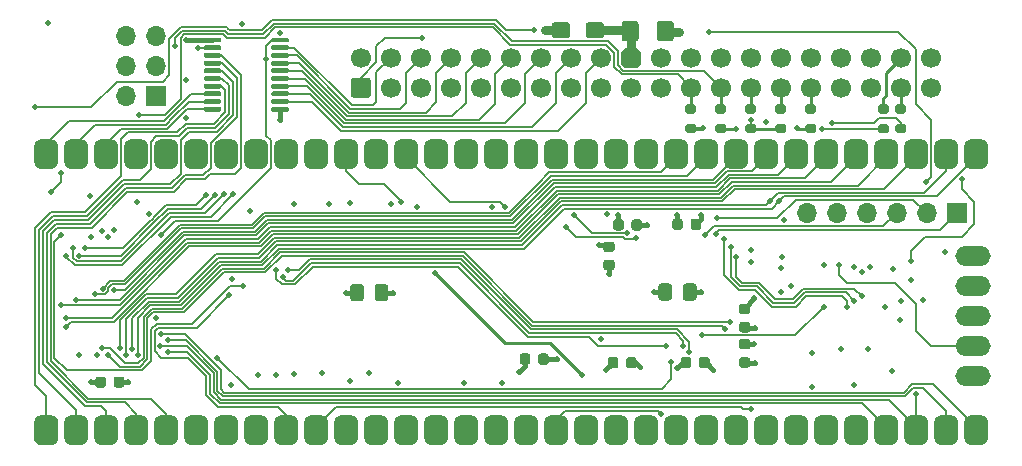
<source format=gbl>
G04 #@! TF.GenerationSoftware,KiCad,Pcbnew,9.0.1+1*
G04 #@! TF.CreationDate,2025-12-04T05:02:15+00:00*
G04 #@! TF.ProjectId,RIDE,52494445-2e6b-4696-9361-645f70636258,rev?*
G04 #@! TF.SameCoordinates,Original*
G04 #@! TF.FileFunction,Copper,L4,Bot*
G04 #@! TF.FilePolarity,Positive*
%FSLAX46Y46*%
G04 Gerber Fmt 4.6, Leading zero omitted, Abs format (unit mm)*
G04 Created by KiCad (PCBNEW 9.0.1+1) date 2025-12-04 05:02:15*
%MOMM*%
%LPD*%
G01*
G04 APERTURE LIST*
G04 #@! TA.AperFunction,ComponentPad*
%ADD10C,1.700000*%
G04 #@! TD*
G04 #@! TA.AperFunction,ComponentPad*
%ADD11O,2.997200X1.676400*%
G04 #@! TD*
G04 #@! TA.AperFunction,ComponentPad*
%ADD12R,1.700000X1.700000*%
G04 #@! TD*
G04 #@! TA.AperFunction,ComponentPad*
%ADD13O,1.700000X1.700000*%
G04 #@! TD*
G04 #@! TA.AperFunction,ViaPad*
%ADD14C,0.508000*%
G04 #@! TD*
G04 #@! TA.AperFunction,Conductor*
%ADD15C,0.177800*%
G04 #@! TD*
G04 #@! TA.AperFunction,Conductor*
%ADD16C,0.203200*%
G04 #@! TD*
G04 #@! TA.AperFunction,Conductor*
%ADD17C,0.381000*%
G04 #@! TD*
G04 #@! TA.AperFunction,Conductor*
%ADD18C,0.762000*%
G04 #@! TD*
G04 #@! TA.AperFunction,Conductor*
%ADD19C,0.254000*%
G04 #@! TD*
G04 #@! TA.AperFunction,Conductor*
%ADD20C,0.101600*%
G04 #@! TD*
G04 APERTURE END LIST*
G04 #@! TA.AperFunction,ComponentPad*
G36*
G01*
X29095601Y29893503D02*
X27895601Y29893503D01*
G75*
G02*
X27645601Y30143503I0J250000D01*
G01*
X27645601Y31343503D01*
G75*
G02*
X27895601Y31593503I250000J0D01*
G01*
X29095601Y31593503D01*
G75*
G02*
X29345601Y31343503I0J-250000D01*
G01*
X29345601Y30143503D01*
G75*
G02*
X29095601Y29893503I-250000J0D01*
G01*
G37*
G04 #@! TD.AperFunction*
D10*
X28495601Y33283503D03*
X31035601Y30743503D03*
X31035601Y33283503D03*
X33575601Y30743503D03*
X33575601Y33283503D03*
X36115601Y30743503D03*
X36115601Y33283503D03*
X38655601Y30743503D03*
X38655601Y33283503D03*
X41195601Y30743503D03*
X41195601Y33283503D03*
X43735601Y30743503D03*
X43735601Y33283503D03*
X46275601Y30743503D03*
X46275601Y33283503D03*
X48815601Y30743503D03*
X48815601Y33283503D03*
X51355601Y30743503D03*
G04 #@! TA.AperFunction,ComponentPad*
G36*
X50845601Y32433503D02*
G01*
X50505601Y32773503D01*
X50505601Y33793503D01*
X50845601Y34133503D01*
X51865601Y34133503D01*
X52205601Y33793503D01*
X52205601Y32773503D01*
X51865601Y32433503D01*
X50845601Y32433503D01*
G37*
G04 #@! TD.AperFunction*
X53895601Y30743503D03*
X53895601Y33283503D03*
X56435601Y30743503D03*
X56435601Y33283503D03*
X58975601Y30743503D03*
X58975601Y33283503D03*
X61515601Y30743503D03*
X61515601Y33283503D03*
X64055601Y30743503D03*
X64055601Y33283503D03*
X66595601Y30743503D03*
X66595601Y33283503D03*
X69135601Y30743503D03*
X69135601Y33283503D03*
X71675601Y30743503D03*
X71675601Y33283503D03*
X74215601Y30743503D03*
X74215601Y33283503D03*
X76755601Y30743503D03*
X76755601Y33283503D03*
D11*
X80289400Y6324600D03*
X80289400Y8864600D03*
X80289400Y11404600D03*
X80289400Y13944600D03*
X80289400Y16484600D03*
D12*
X78941512Y20116800D03*
D13*
X76401512Y20116800D03*
X73861512Y20116800D03*
X71321512Y20116800D03*
X68781512Y20116800D03*
X66241512Y20116800D03*
G04 #@! TA.AperFunction,ComponentPad*
G36*
X1253150Y509103D02*
G01*
X856910Y905343D01*
X856910Y2515703D01*
X867939Y2618287D01*
X915942Y2746989D01*
X998260Y2856953D01*
X1108224Y2939271D01*
X1236926Y2987274D01*
X1339510Y2998303D01*
X2355510Y2998303D01*
X2458094Y2987274D01*
X2586796Y2939271D01*
X2696760Y2856953D01*
X2779078Y2746989D01*
X2827081Y2618287D01*
X2838110Y2515703D01*
X2838110Y991703D01*
X2827081Y889119D01*
X2779078Y760417D01*
X2696760Y650453D01*
X2586796Y568135D01*
X2458094Y520132D01*
X2355510Y509103D01*
X1253150Y509103D01*
G37*
G04 #@! TD.AperFunction*
G04 #@! TA.AperFunction,ComponentPad*
G36*
G01*
X4895510Y509103D02*
X3879510Y509103D01*
G75*
G02*
X3396910Y991703I0J482600D01*
G01*
X3396910Y2515703D01*
G75*
G02*
X3879510Y2998303I482600J0D01*
G01*
X4895510Y2998303D01*
G75*
G02*
X5378110Y2515703I0J-482600D01*
G01*
X5378110Y991703D01*
G75*
G02*
X4895510Y509103I-482600J0D01*
G01*
G37*
G04 #@! TD.AperFunction*
G04 #@! TA.AperFunction,ComponentPad*
G36*
G01*
X7435510Y509103D02*
X6419510Y509103D01*
G75*
G02*
X5936910Y991703I0J482600D01*
G01*
X5936910Y2515703D01*
G75*
G02*
X6419510Y2998303I482600J0D01*
G01*
X7435510Y2998303D01*
G75*
G02*
X7918110Y2515703I0J-482600D01*
G01*
X7918110Y991703D01*
G75*
G02*
X7435510Y509103I-482600J0D01*
G01*
G37*
G04 #@! TD.AperFunction*
G04 #@! TA.AperFunction,ComponentPad*
G36*
G01*
X9975510Y509103D02*
X8959510Y509103D01*
G75*
G02*
X8476910Y991703I0J482600D01*
G01*
X8476910Y2515703D01*
G75*
G02*
X8959510Y2998303I482600J0D01*
G01*
X9975510Y2998303D01*
G75*
G02*
X10458110Y2515703I0J-482600D01*
G01*
X10458110Y991703D01*
G75*
G02*
X9975510Y509103I-482600J0D01*
G01*
G37*
G04 #@! TD.AperFunction*
G04 #@! TA.AperFunction,ComponentPad*
G36*
G01*
X12515510Y509103D02*
X11499510Y509103D01*
G75*
G02*
X11016910Y991703I0J482600D01*
G01*
X11016910Y2515703D01*
G75*
G02*
X11499510Y2998303I482600J0D01*
G01*
X12515510Y2998303D01*
G75*
G02*
X12998110Y2515703I0J-482600D01*
G01*
X12998110Y991703D01*
G75*
G02*
X12515510Y509103I-482600J0D01*
G01*
G37*
G04 #@! TD.AperFunction*
G04 #@! TA.AperFunction,ComponentPad*
G36*
G01*
X15055510Y509103D02*
X14039510Y509103D01*
G75*
G02*
X13556910Y991703I0J482600D01*
G01*
X13556910Y2515703D01*
G75*
G02*
X14039510Y2998303I482600J0D01*
G01*
X15055510Y2998303D01*
G75*
G02*
X15538110Y2515703I0J-482600D01*
G01*
X15538110Y991703D01*
G75*
G02*
X15055510Y509103I-482600J0D01*
G01*
G37*
G04 #@! TD.AperFunction*
G04 #@! TA.AperFunction,ComponentPad*
G36*
G01*
X17595510Y509103D02*
X16579510Y509103D01*
G75*
G02*
X16096910Y991703I0J482600D01*
G01*
X16096910Y2515703D01*
G75*
G02*
X16579510Y2998303I482600J0D01*
G01*
X17595510Y2998303D01*
G75*
G02*
X18078110Y2515703I0J-482600D01*
G01*
X18078110Y991703D01*
G75*
G02*
X17595510Y509103I-482600J0D01*
G01*
G37*
G04 #@! TD.AperFunction*
G04 #@! TA.AperFunction,ComponentPad*
G36*
G01*
X20135510Y509103D02*
X19119510Y509103D01*
G75*
G02*
X18636910Y991703I0J482600D01*
G01*
X18636910Y2515703D01*
G75*
G02*
X19119510Y2998303I482600J0D01*
G01*
X20135510Y2998303D01*
G75*
G02*
X20618110Y2515703I0J-482600D01*
G01*
X20618110Y991703D01*
G75*
G02*
X20135510Y509103I-482600J0D01*
G01*
G37*
G04 #@! TD.AperFunction*
G04 #@! TA.AperFunction,ComponentPad*
G36*
G01*
X22675510Y509103D02*
X21659510Y509103D01*
G75*
G02*
X21176910Y991703I0J482600D01*
G01*
X21176910Y2515703D01*
G75*
G02*
X21659510Y2998303I482600J0D01*
G01*
X22675510Y2998303D01*
G75*
G02*
X23158110Y2515703I0J-482600D01*
G01*
X23158110Y991703D01*
G75*
G02*
X22675510Y509103I-482600J0D01*
G01*
G37*
G04 #@! TD.AperFunction*
G04 #@! TA.AperFunction,ComponentPad*
G36*
G01*
X25215510Y509103D02*
X24199510Y509103D01*
G75*
G02*
X23716910Y991703I0J482600D01*
G01*
X23716910Y2515703D01*
G75*
G02*
X24199510Y2998303I482600J0D01*
G01*
X25215510Y2998303D01*
G75*
G02*
X25698110Y2515703I0J-482600D01*
G01*
X25698110Y991703D01*
G75*
G02*
X25215510Y509103I-482600J0D01*
G01*
G37*
G04 #@! TD.AperFunction*
G04 #@! TA.AperFunction,ComponentPad*
G36*
G01*
X27755510Y509103D02*
X26739510Y509103D01*
G75*
G02*
X26256910Y991703I0J482600D01*
G01*
X26256910Y2515703D01*
G75*
G02*
X26739510Y2998303I482600J0D01*
G01*
X27755510Y2998303D01*
G75*
G02*
X28238110Y2515703I0J-482600D01*
G01*
X28238110Y991703D01*
G75*
G02*
X27755510Y509103I-482600J0D01*
G01*
G37*
G04 #@! TD.AperFunction*
G04 #@! TA.AperFunction,ComponentPad*
G36*
G01*
X30295510Y509103D02*
X29279510Y509103D01*
G75*
G02*
X28796910Y991703I0J482600D01*
G01*
X28796910Y2515703D01*
G75*
G02*
X29279510Y2998303I482600J0D01*
G01*
X30295510Y2998303D01*
G75*
G02*
X30778110Y2515703I0J-482600D01*
G01*
X30778110Y991703D01*
G75*
G02*
X30295510Y509103I-482600J0D01*
G01*
G37*
G04 #@! TD.AperFunction*
G04 #@! TA.AperFunction,ComponentPad*
G36*
G01*
X32835510Y509103D02*
X31819510Y509103D01*
G75*
G02*
X31336910Y991703I0J482600D01*
G01*
X31336910Y2515703D01*
G75*
G02*
X31819510Y2998303I482600J0D01*
G01*
X32835510Y2998303D01*
G75*
G02*
X33318110Y2515703I0J-482600D01*
G01*
X33318110Y991703D01*
G75*
G02*
X32835510Y509103I-482600J0D01*
G01*
G37*
G04 #@! TD.AperFunction*
G04 #@! TA.AperFunction,ComponentPad*
G36*
G01*
X35375510Y509103D02*
X34359510Y509103D01*
G75*
G02*
X33876910Y991703I0J482600D01*
G01*
X33876910Y2515703D01*
G75*
G02*
X34359510Y2998303I482600J0D01*
G01*
X35375510Y2998303D01*
G75*
G02*
X35858110Y2515703I0J-482600D01*
G01*
X35858110Y991703D01*
G75*
G02*
X35375510Y509103I-482600J0D01*
G01*
G37*
G04 #@! TD.AperFunction*
G04 #@! TA.AperFunction,ComponentPad*
G36*
G01*
X37915510Y509103D02*
X36899510Y509103D01*
G75*
G02*
X36416910Y991703I0J482600D01*
G01*
X36416910Y2515703D01*
G75*
G02*
X36899510Y2998303I482600J0D01*
G01*
X37915510Y2998303D01*
G75*
G02*
X38398110Y2515703I0J-482600D01*
G01*
X38398110Y991703D01*
G75*
G02*
X37915510Y509103I-482600J0D01*
G01*
G37*
G04 #@! TD.AperFunction*
G04 #@! TA.AperFunction,ComponentPad*
G36*
G01*
X40455510Y509103D02*
X39439510Y509103D01*
G75*
G02*
X38956910Y991703I0J482600D01*
G01*
X38956910Y2515703D01*
G75*
G02*
X39439510Y2998303I482600J0D01*
G01*
X40455510Y2998303D01*
G75*
G02*
X40938110Y2515703I0J-482600D01*
G01*
X40938110Y991703D01*
G75*
G02*
X40455510Y509103I-482600J0D01*
G01*
G37*
G04 #@! TD.AperFunction*
G04 #@! TA.AperFunction,ComponentPad*
G36*
G01*
X42995510Y509103D02*
X41979510Y509103D01*
G75*
G02*
X41496910Y991703I0J482600D01*
G01*
X41496910Y2515703D01*
G75*
G02*
X41979510Y2998303I482600J0D01*
G01*
X42995510Y2998303D01*
G75*
G02*
X43478110Y2515703I0J-482600D01*
G01*
X43478110Y991703D01*
G75*
G02*
X42995510Y509103I-482600J0D01*
G01*
G37*
G04 #@! TD.AperFunction*
G04 #@! TA.AperFunction,ComponentPad*
G36*
G01*
X45535510Y509103D02*
X44519510Y509103D01*
G75*
G02*
X44036910Y991703I0J482600D01*
G01*
X44036910Y2515703D01*
G75*
G02*
X44519510Y2998303I482600J0D01*
G01*
X45535510Y2998303D01*
G75*
G02*
X46018110Y2515703I0J-482600D01*
G01*
X46018110Y991703D01*
G75*
G02*
X45535510Y509103I-482600J0D01*
G01*
G37*
G04 #@! TD.AperFunction*
G04 #@! TA.AperFunction,ComponentPad*
G36*
G01*
X48075510Y509103D02*
X47059510Y509103D01*
G75*
G02*
X46576910Y991703I0J482600D01*
G01*
X46576910Y2515703D01*
G75*
G02*
X47059510Y2998303I482600J0D01*
G01*
X48075510Y2998303D01*
G75*
G02*
X48558110Y2515703I0J-482600D01*
G01*
X48558110Y991703D01*
G75*
G02*
X48075510Y509103I-482600J0D01*
G01*
G37*
G04 #@! TD.AperFunction*
G04 #@! TA.AperFunction,ComponentPad*
G36*
G01*
X50615510Y509103D02*
X49599510Y509103D01*
G75*
G02*
X49116910Y991703I0J482600D01*
G01*
X49116910Y2515703D01*
G75*
G02*
X49599510Y2998303I482600J0D01*
G01*
X50615510Y2998303D01*
G75*
G02*
X51098110Y2515703I0J-482600D01*
G01*
X51098110Y991703D01*
G75*
G02*
X50615510Y509103I-482600J0D01*
G01*
G37*
G04 #@! TD.AperFunction*
G04 #@! TA.AperFunction,ComponentPad*
G36*
G01*
X53155510Y509103D02*
X52139510Y509103D01*
G75*
G02*
X51656910Y991703I0J482600D01*
G01*
X51656910Y2515703D01*
G75*
G02*
X52139510Y2998303I482600J0D01*
G01*
X53155510Y2998303D01*
G75*
G02*
X53638110Y2515703I0J-482600D01*
G01*
X53638110Y991703D01*
G75*
G02*
X53155510Y509103I-482600J0D01*
G01*
G37*
G04 #@! TD.AperFunction*
G04 #@! TA.AperFunction,ComponentPad*
G36*
G01*
X55695510Y509103D02*
X54679510Y509103D01*
G75*
G02*
X54196910Y991703I0J482600D01*
G01*
X54196910Y2515703D01*
G75*
G02*
X54679510Y2998303I482600J0D01*
G01*
X55695510Y2998303D01*
G75*
G02*
X56178110Y2515703I0J-482600D01*
G01*
X56178110Y991703D01*
G75*
G02*
X55695510Y509103I-482600J0D01*
G01*
G37*
G04 #@! TD.AperFunction*
G04 #@! TA.AperFunction,ComponentPad*
G36*
G01*
X58235510Y509103D02*
X57219510Y509103D01*
G75*
G02*
X56736910Y991703I0J482600D01*
G01*
X56736910Y2515703D01*
G75*
G02*
X57219510Y2998303I482600J0D01*
G01*
X58235510Y2998303D01*
G75*
G02*
X58718110Y2515703I0J-482600D01*
G01*
X58718110Y991703D01*
G75*
G02*
X58235510Y509103I-482600J0D01*
G01*
G37*
G04 #@! TD.AperFunction*
G04 #@! TA.AperFunction,ComponentPad*
G36*
G01*
X60775510Y509103D02*
X59759510Y509103D01*
G75*
G02*
X59276910Y991703I0J482600D01*
G01*
X59276910Y2515703D01*
G75*
G02*
X59759510Y2998303I482600J0D01*
G01*
X60775510Y2998303D01*
G75*
G02*
X61258110Y2515703I0J-482600D01*
G01*
X61258110Y991703D01*
G75*
G02*
X60775510Y509103I-482600J0D01*
G01*
G37*
G04 #@! TD.AperFunction*
G04 #@! TA.AperFunction,ComponentPad*
G36*
G01*
X63315510Y509103D02*
X62299510Y509103D01*
G75*
G02*
X61816910Y991703I0J482600D01*
G01*
X61816910Y2515703D01*
G75*
G02*
X62299510Y2998303I482600J0D01*
G01*
X63315510Y2998303D01*
G75*
G02*
X63798110Y2515703I0J-482600D01*
G01*
X63798110Y991703D01*
G75*
G02*
X63315510Y509103I-482600J0D01*
G01*
G37*
G04 #@! TD.AperFunction*
G04 #@! TA.AperFunction,ComponentPad*
G36*
G01*
X65855510Y509103D02*
X64839510Y509103D01*
G75*
G02*
X64356910Y991703I0J482600D01*
G01*
X64356910Y2515703D01*
G75*
G02*
X64839510Y2998303I482600J0D01*
G01*
X65855510Y2998303D01*
G75*
G02*
X66338110Y2515703I0J-482600D01*
G01*
X66338110Y991703D01*
G75*
G02*
X65855510Y509103I-482600J0D01*
G01*
G37*
G04 #@! TD.AperFunction*
G04 #@! TA.AperFunction,ComponentPad*
G36*
G01*
X68395510Y509103D02*
X67379510Y509103D01*
G75*
G02*
X66896910Y991703I0J482600D01*
G01*
X66896910Y2515703D01*
G75*
G02*
X67379510Y2998303I482600J0D01*
G01*
X68395510Y2998303D01*
G75*
G02*
X68878110Y2515703I0J-482600D01*
G01*
X68878110Y991703D01*
G75*
G02*
X68395510Y509103I-482600J0D01*
G01*
G37*
G04 #@! TD.AperFunction*
G04 #@! TA.AperFunction,ComponentPad*
G36*
G01*
X70935510Y509103D02*
X69919510Y509103D01*
G75*
G02*
X69436910Y991703I0J482600D01*
G01*
X69436910Y2515703D01*
G75*
G02*
X69919510Y2998303I482600J0D01*
G01*
X70935510Y2998303D01*
G75*
G02*
X71418110Y2515703I0J-482600D01*
G01*
X71418110Y991703D01*
G75*
G02*
X70935510Y509103I-482600J0D01*
G01*
G37*
G04 #@! TD.AperFunction*
G04 #@! TA.AperFunction,ComponentPad*
G36*
G01*
X73475510Y509103D02*
X72459510Y509103D01*
G75*
G02*
X71976910Y991703I0J482600D01*
G01*
X71976910Y2515703D01*
G75*
G02*
X72459510Y2998303I482600J0D01*
G01*
X73475510Y2998303D01*
G75*
G02*
X73958110Y2515703I0J-482600D01*
G01*
X73958110Y991703D01*
G75*
G02*
X73475510Y509103I-482600J0D01*
G01*
G37*
G04 #@! TD.AperFunction*
G04 #@! TA.AperFunction,ComponentPad*
G36*
G01*
X76015510Y509103D02*
X74999510Y509103D01*
G75*
G02*
X74516910Y991703I0J482600D01*
G01*
X74516910Y2515703D01*
G75*
G02*
X74999510Y2998303I482600J0D01*
G01*
X76015510Y2998303D01*
G75*
G02*
X76498110Y2515703I0J-482600D01*
G01*
X76498110Y991703D01*
G75*
G02*
X76015510Y509103I-482600J0D01*
G01*
G37*
G04 #@! TD.AperFunction*
G04 #@! TA.AperFunction,ComponentPad*
G36*
G01*
X78555510Y509103D02*
X77539510Y509103D01*
G75*
G02*
X77056910Y991703I0J482600D01*
G01*
X77056910Y2515703D01*
G75*
G02*
X77539510Y2998303I482600J0D01*
G01*
X78555510Y2998303D01*
G75*
G02*
X79038110Y2515703I0J-482600D01*
G01*
X79038110Y991703D01*
G75*
G02*
X78555510Y509103I-482600J0D01*
G01*
G37*
G04 #@! TD.AperFunction*
G04 #@! TA.AperFunction,ComponentPad*
G36*
G01*
X81095510Y509103D02*
X80079510Y509103D01*
G75*
G02*
X79596910Y991703I0J482600D01*
G01*
X79596910Y2515703D01*
G75*
G02*
X80079510Y2998303I482600J0D01*
G01*
X81095510Y2998303D01*
G75*
G02*
X81578110Y2515703I0J-482600D01*
G01*
X81578110Y991703D01*
G75*
G02*
X81095510Y509103I-482600J0D01*
G01*
G37*
G04 #@! TD.AperFunction*
G04 #@! TA.AperFunction,ComponentPad*
G36*
G01*
X81095510Y23877103D02*
X80079510Y23877103D01*
G75*
G02*
X79596910Y24359703I0J482600D01*
G01*
X79596910Y25883703D01*
G75*
G02*
X80079510Y26366303I482600J0D01*
G01*
X81095510Y26366303D01*
G75*
G02*
X81578110Y25883703I0J-482600D01*
G01*
X81578110Y24359703D01*
G75*
G02*
X81095510Y23877103I-482600J0D01*
G01*
G37*
G04 #@! TD.AperFunction*
G04 #@! TA.AperFunction,ComponentPad*
G36*
G01*
X78555510Y23877103D02*
X77539510Y23877103D01*
G75*
G02*
X77056910Y24359703I0J482600D01*
G01*
X77056910Y25883703D01*
G75*
G02*
X77539510Y26366303I482600J0D01*
G01*
X78555510Y26366303D01*
G75*
G02*
X79038110Y25883703I0J-482600D01*
G01*
X79038110Y24359703D01*
G75*
G02*
X78555510Y23877103I-482600J0D01*
G01*
G37*
G04 #@! TD.AperFunction*
G04 #@! TA.AperFunction,ComponentPad*
G36*
G01*
X76015510Y23877103D02*
X74999510Y23877103D01*
G75*
G02*
X74516910Y24359703I0J482600D01*
G01*
X74516910Y25883703D01*
G75*
G02*
X74999510Y26366303I482600J0D01*
G01*
X76015510Y26366303D01*
G75*
G02*
X76498110Y25883703I0J-482600D01*
G01*
X76498110Y24359703D01*
G75*
G02*
X76015510Y23877103I-482600J0D01*
G01*
G37*
G04 #@! TD.AperFunction*
G04 #@! TA.AperFunction,ComponentPad*
G36*
G01*
X73475510Y23877103D02*
X72459510Y23877103D01*
G75*
G02*
X71976910Y24359703I0J482600D01*
G01*
X71976910Y25883703D01*
G75*
G02*
X72459510Y26366303I482600J0D01*
G01*
X73475510Y26366303D01*
G75*
G02*
X73958110Y25883703I0J-482600D01*
G01*
X73958110Y24359703D01*
G75*
G02*
X73475510Y23877103I-482600J0D01*
G01*
G37*
G04 #@! TD.AperFunction*
G04 #@! TA.AperFunction,ComponentPad*
G36*
G01*
X70935510Y23877103D02*
X69919510Y23877103D01*
G75*
G02*
X69436910Y24359703I0J482600D01*
G01*
X69436910Y25883703D01*
G75*
G02*
X69919510Y26366303I482600J0D01*
G01*
X70935510Y26366303D01*
G75*
G02*
X71418110Y25883703I0J-482600D01*
G01*
X71418110Y24359703D01*
G75*
G02*
X70935510Y23877103I-482600J0D01*
G01*
G37*
G04 #@! TD.AperFunction*
G04 #@! TA.AperFunction,ComponentPad*
G36*
G01*
X68395510Y23877103D02*
X67379510Y23877103D01*
G75*
G02*
X66896910Y24359703I0J482600D01*
G01*
X66896910Y25883703D01*
G75*
G02*
X67379510Y26366303I482600J0D01*
G01*
X68395510Y26366303D01*
G75*
G02*
X68878110Y25883703I0J-482600D01*
G01*
X68878110Y24359703D01*
G75*
G02*
X68395510Y23877103I-482600J0D01*
G01*
G37*
G04 #@! TD.AperFunction*
G04 #@! TA.AperFunction,ComponentPad*
G36*
G01*
X65855510Y23877103D02*
X64839510Y23877103D01*
G75*
G02*
X64356910Y24359703I0J482600D01*
G01*
X64356910Y25883703D01*
G75*
G02*
X64839510Y26366303I482600J0D01*
G01*
X65855510Y26366303D01*
G75*
G02*
X66338110Y25883703I0J-482600D01*
G01*
X66338110Y24359703D01*
G75*
G02*
X65855510Y23877103I-482600J0D01*
G01*
G37*
G04 #@! TD.AperFunction*
G04 #@! TA.AperFunction,ComponentPad*
G36*
G01*
X63315510Y23877103D02*
X62299510Y23877103D01*
G75*
G02*
X61816910Y24359703I0J482600D01*
G01*
X61816910Y25883703D01*
G75*
G02*
X62299510Y26366303I482600J0D01*
G01*
X63315510Y26366303D01*
G75*
G02*
X63798110Y25883703I0J-482600D01*
G01*
X63798110Y24359703D01*
G75*
G02*
X63315510Y23877103I-482600J0D01*
G01*
G37*
G04 #@! TD.AperFunction*
G04 #@! TA.AperFunction,ComponentPad*
G36*
G01*
X60775510Y23877103D02*
X59759510Y23877103D01*
G75*
G02*
X59276910Y24359703I0J482600D01*
G01*
X59276910Y25883703D01*
G75*
G02*
X59759510Y26366303I482600J0D01*
G01*
X60775510Y26366303D01*
G75*
G02*
X61258110Y25883703I0J-482600D01*
G01*
X61258110Y24359703D01*
G75*
G02*
X60775510Y23877103I-482600J0D01*
G01*
G37*
G04 #@! TD.AperFunction*
G04 #@! TA.AperFunction,ComponentPad*
G36*
G01*
X58235510Y23877103D02*
X57219510Y23877103D01*
G75*
G02*
X56736910Y24359703I0J482600D01*
G01*
X56736910Y25883703D01*
G75*
G02*
X57219510Y26366303I482600J0D01*
G01*
X58235510Y26366303D01*
G75*
G02*
X58718110Y25883703I0J-482600D01*
G01*
X58718110Y24359703D01*
G75*
G02*
X58235510Y23877103I-482600J0D01*
G01*
G37*
G04 #@! TD.AperFunction*
G04 #@! TA.AperFunction,ComponentPad*
G36*
G01*
X55695510Y23877103D02*
X54679510Y23877103D01*
G75*
G02*
X54196910Y24359703I0J482600D01*
G01*
X54196910Y25883703D01*
G75*
G02*
X54679510Y26366303I482600J0D01*
G01*
X55695510Y26366303D01*
G75*
G02*
X56178110Y25883703I0J-482600D01*
G01*
X56178110Y24359703D01*
G75*
G02*
X55695510Y23877103I-482600J0D01*
G01*
G37*
G04 #@! TD.AperFunction*
G04 #@! TA.AperFunction,ComponentPad*
G36*
G01*
X53155510Y23877103D02*
X52139510Y23877103D01*
G75*
G02*
X51656910Y24359703I0J482600D01*
G01*
X51656910Y25883703D01*
G75*
G02*
X52139510Y26366303I482600J0D01*
G01*
X53155510Y26366303D01*
G75*
G02*
X53638110Y25883703I0J-482600D01*
G01*
X53638110Y24359703D01*
G75*
G02*
X53155510Y23877103I-482600J0D01*
G01*
G37*
G04 #@! TD.AperFunction*
G04 #@! TA.AperFunction,ComponentPad*
G36*
G01*
X50615510Y23877103D02*
X49599510Y23877103D01*
G75*
G02*
X49116910Y24359703I0J482600D01*
G01*
X49116910Y25883703D01*
G75*
G02*
X49599510Y26366303I482600J0D01*
G01*
X50615510Y26366303D01*
G75*
G02*
X51098110Y25883703I0J-482600D01*
G01*
X51098110Y24359703D01*
G75*
G02*
X50615510Y23877103I-482600J0D01*
G01*
G37*
G04 #@! TD.AperFunction*
G04 #@! TA.AperFunction,ComponentPad*
G36*
G01*
X48075510Y23877103D02*
X47059510Y23877103D01*
G75*
G02*
X46576910Y24359703I0J482600D01*
G01*
X46576910Y25883703D01*
G75*
G02*
X47059510Y26366303I482600J0D01*
G01*
X48075510Y26366303D01*
G75*
G02*
X48558110Y25883703I0J-482600D01*
G01*
X48558110Y24359703D01*
G75*
G02*
X48075510Y23877103I-482600J0D01*
G01*
G37*
G04 #@! TD.AperFunction*
G04 #@! TA.AperFunction,ComponentPad*
G36*
G01*
X45535510Y23877103D02*
X44519510Y23877103D01*
G75*
G02*
X44036910Y24359703I0J482600D01*
G01*
X44036910Y25883703D01*
G75*
G02*
X44519510Y26366303I482600J0D01*
G01*
X45535510Y26366303D01*
G75*
G02*
X46018110Y25883703I0J-482600D01*
G01*
X46018110Y24359703D01*
G75*
G02*
X45535510Y23877103I-482600J0D01*
G01*
G37*
G04 #@! TD.AperFunction*
G04 #@! TA.AperFunction,ComponentPad*
G36*
G01*
X42995510Y23877103D02*
X41979510Y23877103D01*
G75*
G02*
X41496910Y24359703I0J482600D01*
G01*
X41496910Y25883703D01*
G75*
G02*
X41979510Y26366303I482600J0D01*
G01*
X42995510Y26366303D01*
G75*
G02*
X43478110Y25883703I0J-482600D01*
G01*
X43478110Y24359703D01*
G75*
G02*
X42995510Y23877103I-482600J0D01*
G01*
G37*
G04 #@! TD.AperFunction*
G04 #@! TA.AperFunction,ComponentPad*
G36*
G01*
X40455510Y23877103D02*
X39439510Y23877103D01*
G75*
G02*
X38956910Y24359703I0J482600D01*
G01*
X38956910Y25883703D01*
G75*
G02*
X39439510Y26366303I482600J0D01*
G01*
X40455510Y26366303D01*
G75*
G02*
X40938110Y25883703I0J-482600D01*
G01*
X40938110Y24359703D01*
G75*
G02*
X40455510Y23877103I-482600J0D01*
G01*
G37*
G04 #@! TD.AperFunction*
G04 #@! TA.AperFunction,ComponentPad*
G36*
G01*
X37915510Y23877103D02*
X36899510Y23877103D01*
G75*
G02*
X36416910Y24359703I0J482600D01*
G01*
X36416910Y25883703D01*
G75*
G02*
X36899510Y26366303I482600J0D01*
G01*
X37915510Y26366303D01*
G75*
G02*
X38398110Y25883703I0J-482600D01*
G01*
X38398110Y24359703D01*
G75*
G02*
X37915510Y23877103I-482600J0D01*
G01*
G37*
G04 #@! TD.AperFunction*
G04 #@! TA.AperFunction,ComponentPad*
G36*
G01*
X35375510Y23877103D02*
X34359510Y23877103D01*
G75*
G02*
X33876910Y24359703I0J482600D01*
G01*
X33876910Y25883703D01*
G75*
G02*
X34359510Y26366303I482600J0D01*
G01*
X35375510Y26366303D01*
G75*
G02*
X35858110Y25883703I0J-482600D01*
G01*
X35858110Y24359703D01*
G75*
G02*
X35375510Y23877103I-482600J0D01*
G01*
G37*
G04 #@! TD.AperFunction*
G04 #@! TA.AperFunction,ComponentPad*
G36*
G01*
X32835510Y23877103D02*
X31819510Y23877103D01*
G75*
G02*
X31336910Y24359703I0J482600D01*
G01*
X31336910Y25883703D01*
G75*
G02*
X31819510Y26366303I482600J0D01*
G01*
X32835510Y26366303D01*
G75*
G02*
X33318110Y25883703I0J-482600D01*
G01*
X33318110Y24359703D01*
G75*
G02*
X32835510Y23877103I-482600J0D01*
G01*
G37*
G04 #@! TD.AperFunction*
G04 #@! TA.AperFunction,ComponentPad*
G36*
G01*
X30295510Y23877103D02*
X29279510Y23877103D01*
G75*
G02*
X28796910Y24359703I0J482600D01*
G01*
X28796910Y25883703D01*
G75*
G02*
X29279510Y26366303I482600J0D01*
G01*
X30295510Y26366303D01*
G75*
G02*
X30778110Y25883703I0J-482600D01*
G01*
X30778110Y24359703D01*
G75*
G02*
X30295510Y23877103I-482600J0D01*
G01*
G37*
G04 #@! TD.AperFunction*
G04 #@! TA.AperFunction,ComponentPad*
G36*
G01*
X27755510Y23877103D02*
X26739510Y23877103D01*
G75*
G02*
X26256910Y24359703I0J482600D01*
G01*
X26256910Y25883703D01*
G75*
G02*
X26739510Y26366303I482600J0D01*
G01*
X27755510Y26366303D01*
G75*
G02*
X28238110Y25883703I0J-482600D01*
G01*
X28238110Y24359703D01*
G75*
G02*
X27755510Y23877103I-482600J0D01*
G01*
G37*
G04 #@! TD.AperFunction*
G04 #@! TA.AperFunction,ComponentPad*
G36*
G01*
X25215510Y23877103D02*
X24199510Y23877103D01*
G75*
G02*
X23716910Y24359703I0J482600D01*
G01*
X23716910Y25883703D01*
G75*
G02*
X24199510Y26366303I482600J0D01*
G01*
X25215510Y26366303D01*
G75*
G02*
X25698110Y25883703I0J-482600D01*
G01*
X25698110Y24359703D01*
G75*
G02*
X25215510Y23877103I-482600J0D01*
G01*
G37*
G04 #@! TD.AperFunction*
G04 #@! TA.AperFunction,ComponentPad*
G36*
G01*
X22675510Y23877103D02*
X21659510Y23877103D01*
G75*
G02*
X21176910Y24359703I0J482600D01*
G01*
X21176910Y25883703D01*
G75*
G02*
X21659510Y26366303I482600J0D01*
G01*
X22675510Y26366303D01*
G75*
G02*
X23158110Y25883703I0J-482600D01*
G01*
X23158110Y24359703D01*
G75*
G02*
X22675510Y23877103I-482600J0D01*
G01*
G37*
G04 #@! TD.AperFunction*
G04 #@! TA.AperFunction,ComponentPad*
G36*
G01*
X20135510Y23877103D02*
X19119510Y23877103D01*
G75*
G02*
X18636910Y24359703I0J482600D01*
G01*
X18636910Y25883703D01*
G75*
G02*
X19119510Y26366303I482600J0D01*
G01*
X20135510Y26366303D01*
G75*
G02*
X20618110Y25883703I0J-482600D01*
G01*
X20618110Y24359703D01*
G75*
G02*
X20135510Y23877103I-482600J0D01*
G01*
G37*
G04 #@! TD.AperFunction*
G04 #@! TA.AperFunction,ComponentPad*
G36*
G01*
X17595510Y23877103D02*
X16579510Y23877103D01*
G75*
G02*
X16096910Y24359703I0J482600D01*
G01*
X16096910Y25883703D01*
G75*
G02*
X16579510Y26366303I482600J0D01*
G01*
X17595510Y26366303D01*
G75*
G02*
X18078110Y25883703I0J-482600D01*
G01*
X18078110Y24359703D01*
G75*
G02*
X17595510Y23877103I-482600J0D01*
G01*
G37*
G04 #@! TD.AperFunction*
G04 #@! TA.AperFunction,ComponentPad*
G36*
G01*
X15055510Y23877103D02*
X14039510Y23877103D01*
G75*
G02*
X13556910Y24359703I0J482600D01*
G01*
X13556910Y25883703D01*
G75*
G02*
X14039510Y26366303I482600J0D01*
G01*
X15055510Y26366303D01*
G75*
G02*
X15538110Y25883703I0J-482600D01*
G01*
X15538110Y24359703D01*
G75*
G02*
X15055510Y23877103I-482600J0D01*
G01*
G37*
G04 #@! TD.AperFunction*
G04 #@! TA.AperFunction,ComponentPad*
G36*
G01*
X12515510Y23877103D02*
X11499510Y23877103D01*
G75*
G02*
X11016910Y24359703I0J482600D01*
G01*
X11016910Y25883703D01*
G75*
G02*
X11499510Y26366303I482600J0D01*
G01*
X12515510Y26366303D01*
G75*
G02*
X12998110Y25883703I0J-482600D01*
G01*
X12998110Y24359703D01*
G75*
G02*
X12515510Y23877103I-482600J0D01*
G01*
G37*
G04 #@! TD.AperFunction*
G04 #@! TA.AperFunction,ComponentPad*
G36*
G01*
X9975510Y23877103D02*
X8959510Y23877103D01*
G75*
G02*
X8476910Y24359703I0J482600D01*
G01*
X8476910Y25883703D01*
G75*
G02*
X8959510Y26366303I482600J0D01*
G01*
X9975510Y26366303D01*
G75*
G02*
X10458110Y25883703I0J-482600D01*
G01*
X10458110Y24359703D01*
G75*
G02*
X9975510Y23877103I-482600J0D01*
G01*
G37*
G04 #@! TD.AperFunction*
G04 #@! TA.AperFunction,ComponentPad*
G36*
G01*
X7435510Y23877103D02*
X6419510Y23877103D01*
G75*
G02*
X5936910Y24359703I0J482600D01*
G01*
X5936910Y25883703D01*
G75*
G02*
X6419510Y26366303I482600J0D01*
G01*
X7435510Y26366303D01*
G75*
G02*
X7918110Y25883703I0J-482600D01*
G01*
X7918110Y24359703D01*
G75*
G02*
X7435510Y23877103I-482600J0D01*
G01*
G37*
G04 #@! TD.AperFunction*
G04 #@! TA.AperFunction,ComponentPad*
G36*
G01*
X4895510Y23877103D02*
X3879510Y23877103D01*
G75*
G02*
X3396910Y24359703I0J482600D01*
G01*
X3396910Y25883703D01*
G75*
G02*
X3879510Y26366303I482600J0D01*
G01*
X4895510Y26366303D01*
G75*
G02*
X5378110Y25883703I0J-482600D01*
G01*
X5378110Y24359703D01*
G75*
G02*
X4895510Y23877103I-482600J0D01*
G01*
G37*
G04 #@! TD.AperFunction*
G04 #@! TA.AperFunction,ComponentPad*
G36*
G01*
X2355510Y23877103D02*
X1339510Y23877103D01*
G75*
G02*
X856910Y24359703I0J482600D01*
G01*
X856910Y25883703D01*
G75*
G02*
X1339510Y26366303I482600J0D01*
G01*
X2355510Y26366303D01*
G75*
G02*
X2838110Y25883703I0J-482600D01*
G01*
X2838110Y24359703D01*
G75*
G02*
X2355510Y23877103I-482600J0D01*
G01*
G37*
G04 #@! TD.AperFunction*
D12*
X11155600Y30063200D03*
D13*
X8615600Y30063200D03*
X11155600Y32603200D03*
X8615600Y32603200D03*
X11155600Y35143200D03*
X8615600Y35143200D03*
G04 #@! TA.AperFunction,SMDPad,CuDef*
G36*
G01*
X63771405Y29337800D02*
X64321405Y29337800D01*
G75*
G02*
X64521405Y29137800I0J-200000D01*
G01*
X64521405Y28737800D01*
G75*
G02*
X64321405Y28537800I-200000J0D01*
G01*
X63771405Y28537800D01*
G75*
G02*
X63571405Y28737800I0J200000D01*
G01*
X63571405Y29137800D01*
G75*
G02*
X63771405Y29337800I200000J0D01*
G01*
G37*
G04 #@! TD.AperFunction*
G04 #@! TA.AperFunction,SMDPad,CuDef*
G36*
G01*
X63771405Y27687800D02*
X64321405Y27687800D01*
G75*
G02*
X64521405Y27487800I0J-200000D01*
G01*
X64521405Y27087800D01*
G75*
G02*
X64321405Y26887800I-200000J0D01*
G01*
X63771405Y26887800D01*
G75*
G02*
X63571405Y27087800I0J200000D01*
G01*
X63571405Y27487800D01*
G75*
G02*
X63771405Y27687800I200000J0D01*
G01*
G37*
G04 #@! TD.AperFunction*
G04 #@! TA.AperFunction,SMDPad,CuDef*
G36*
G01*
X6014000Y5566600D02*
X6014000Y6066600D01*
G75*
G02*
X6239000Y6291600I225000J0D01*
G01*
X6689000Y6291600D01*
G75*
G02*
X6914000Y6066600I0J-225000D01*
G01*
X6914000Y5566600D01*
G75*
G02*
X6689000Y5341600I-225000J0D01*
G01*
X6239000Y5341600D01*
G75*
G02*
X6014000Y5566600I0J225000D01*
G01*
G37*
G04 #@! TD.AperFunction*
G04 #@! TA.AperFunction,SMDPad,CuDef*
G36*
G01*
X7564000Y5566600D02*
X7564000Y6066600D01*
G75*
G02*
X7789000Y6291600I225000J0D01*
G01*
X8239000Y6291600D01*
G75*
G02*
X8464000Y6066600I0J-225000D01*
G01*
X8464000Y5566600D01*
G75*
G02*
X8239000Y5341600I-225000J0D01*
G01*
X7789000Y5341600D01*
G75*
G02*
X7564000Y5566600I0J225000D01*
G01*
G37*
G04 #@! TD.AperFunction*
G04 #@! TA.AperFunction,SMDPad,CuDef*
G36*
G01*
X44405000Y8022400D02*
X44405000Y7522400D01*
G75*
G02*
X44180000Y7297400I-225000J0D01*
G01*
X43730000Y7297400D01*
G75*
G02*
X43505000Y7522400I0J225000D01*
G01*
X43505000Y8022400D01*
G75*
G02*
X43730000Y8247400I225000J0D01*
G01*
X44180000Y8247400D01*
G75*
G02*
X44405000Y8022400I0J-225000D01*
G01*
G37*
G04 #@! TD.AperFunction*
G04 #@! TA.AperFunction,SMDPad,CuDef*
G36*
G01*
X42855000Y8022400D02*
X42855000Y7522400D01*
G75*
G02*
X42630000Y7297400I-225000J0D01*
G01*
X42180000Y7297400D01*
G75*
G02*
X41955000Y7522400I0J225000D01*
G01*
X41955000Y8022400D01*
G75*
G02*
X42180000Y8247400I225000J0D01*
G01*
X42630000Y8247400D01*
G75*
G02*
X42855000Y8022400I0J-225000D01*
G01*
G37*
G04 #@! TD.AperFunction*
G04 #@! TA.AperFunction,SMDPad,CuDef*
G36*
G01*
X49395398Y7211203D02*
X49395398Y7711203D01*
G75*
G02*
X49620398Y7936203I225000J0D01*
G01*
X50070398Y7936203D01*
G75*
G02*
X50295398Y7711203I0J-225000D01*
G01*
X50295398Y7211203D01*
G75*
G02*
X50070398Y6986203I-225000J0D01*
G01*
X49620398Y6986203D01*
G75*
G02*
X49395398Y7211203I0J225000D01*
G01*
G37*
G04 #@! TD.AperFunction*
G04 #@! TA.AperFunction,SMDPad,CuDef*
G36*
G01*
X50945398Y7211203D02*
X50945398Y7711203D01*
G75*
G02*
X51170398Y7936203I225000J0D01*
G01*
X51620398Y7936203D01*
G75*
G02*
X51845398Y7711203I0J-225000D01*
G01*
X51845398Y7211203D01*
G75*
G02*
X51620398Y6986203I-225000J0D01*
G01*
X51170398Y6986203D01*
G75*
G02*
X50945398Y7211203I0J225000D01*
G01*
G37*
G04 #@! TD.AperFunction*
G04 #@! TA.AperFunction,SMDPad,CuDef*
G36*
G01*
X58691405Y29337800D02*
X59241405Y29337800D01*
G75*
G02*
X59441405Y29137800I0J-200000D01*
G01*
X59441405Y28737800D01*
G75*
G02*
X59241405Y28537800I-200000J0D01*
G01*
X58691405Y28537800D01*
G75*
G02*
X58491405Y28737800I0J200000D01*
G01*
X58491405Y29137800D01*
G75*
G02*
X58691405Y29337800I200000J0D01*
G01*
G37*
G04 #@! TD.AperFunction*
G04 #@! TA.AperFunction,SMDPad,CuDef*
G36*
G01*
X58691405Y27687800D02*
X59241405Y27687800D01*
G75*
G02*
X59441405Y27487800I0J-200000D01*
G01*
X59441405Y27087800D01*
G75*
G02*
X59241405Y26887800I-200000J0D01*
G01*
X58691405Y26887800D01*
G75*
G02*
X58491405Y27087800I0J200000D01*
G01*
X58491405Y27487800D01*
G75*
G02*
X58691405Y27687800I200000J0D01*
G01*
G37*
G04 #@! TD.AperFunction*
G04 #@! TA.AperFunction,SMDPad,CuDef*
G36*
G01*
X49096300Y36035800D02*
X49096300Y35185800D01*
G75*
G02*
X48846300Y34935800I-250000J0D01*
G01*
X47771300Y34935800D01*
G75*
G02*
X47521300Y35185800I0J250000D01*
G01*
X47521300Y36035800D01*
G75*
G02*
X47771300Y36285800I250000J0D01*
G01*
X48846300Y36285800D01*
G75*
G02*
X49096300Y36035800I0J-250000D01*
G01*
G37*
G04 #@! TD.AperFunction*
G04 #@! TA.AperFunction,SMDPad,CuDef*
G36*
G01*
X46221300Y36035800D02*
X46221300Y35185800D01*
G75*
G02*
X45971300Y34935800I-250000J0D01*
G01*
X44896300Y34935800D01*
G75*
G02*
X44646300Y35185800I0J250000D01*
G01*
X44646300Y36035800D01*
G75*
G02*
X44896300Y36285800I250000J0D01*
G01*
X45971300Y36285800D01*
G75*
G02*
X46221300Y36035800I0J-250000D01*
G01*
G37*
G04 #@! TD.AperFunction*
G04 #@! TA.AperFunction,SMDPad,CuDef*
G36*
G01*
X27583004Y12921503D02*
X27583004Y13871503D01*
G75*
G02*
X27833004Y14121503I250000J0D01*
G01*
X28508004Y14121503D01*
G75*
G02*
X28758004Y13871503I0J-250000D01*
G01*
X28758004Y12921503D01*
G75*
G02*
X28508004Y12671503I-250000J0D01*
G01*
X27833004Y12671503D01*
G75*
G02*
X27583004Y12921503I0J250000D01*
G01*
G37*
G04 #@! TD.AperFunction*
G04 #@! TA.AperFunction,SMDPad,CuDef*
G36*
G01*
X29658004Y12921503D02*
X29658004Y13871503D01*
G75*
G02*
X29908004Y14121503I250000J0D01*
G01*
X30583004Y14121503D01*
G75*
G02*
X30833004Y13871503I0J-250000D01*
G01*
X30833004Y12921503D01*
G75*
G02*
X30583004Y12671503I-250000J0D01*
G01*
X29908004Y12671503D01*
G75*
G02*
X29658004Y12921503I0J250000D01*
G01*
G37*
G04 #@! TD.AperFunction*
G04 #@! TA.AperFunction,SMDPad,CuDef*
G36*
G01*
X54861998Y18929403D02*
X54861998Y19429403D01*
G75*
G02*
X55086998Y19654403I225000J0D01*
G01*
X55536998Y19654403D01*
G75*
G02*
X55761998Y19429403I0J-225000D01*
G01*
X55761998Y18929403D01*
G75*
G02*
X55536998Y18704403I-225000J0D01*
G01*
X55086998Y18704403D01*
G75*
G02*
X54861998Y18929403I0J225000D01*
G01*
G37*
G04 #@! TD.AperFunction*
G04 #@! TA.AperFunction,SMDPad,CuDef*
G36*
G01*
X56411998Y18929403D02*
X56411998Y19429403D01*
G75*
G02*
X56636998Y19654403I225000J0D01*
G01*
X57086998Y19654403D01*
G75*
G02*
X57311998Y19429403I0J-225000D01*
G01*
X57311998Y18929403D01*
G75*
G02*
X57086998Y18704403I-225000J0D01*
G01*
X56636998Y18704403D01*
G75*
G02*
X56411998Y18929403I0J225000D01*
G01*
G37*
G04 #@! TD.AperFunction*
G04 #@! TA.AperFunction,SMDPad,CuDef*
G36*
G01*
X56151405Y29337800D02*
X56701405Y29337800D01*
G75*
G02*
X56901405Y29137800I0J-200000D01*
G01*
X56901405Y28737800D01*
G75*
G02*
X56701405Y28537800I-200000J0D01*
G01*
X56151405Y28537800D01*
G75*
G02*
X55951405Y28737800I0J200000D01*
G01*
X55951405Y29137800D01*
G75*
G02*
X56151405Y29337800I200000J0D01*
G01*
G37*
G04 #@! TD.AperFunction*
G04 #@! TA.AperFunction,SMDPad,CuDef*
G36*
G01*
X56151405Y27687800D02*
X56701405Y27687800D01*
G75*
G02*
X56901405Y27487800I0J-200000D01*
G01*
X56901405Y27087800D01*
G75*
G02*
X56701405Y26887800I-200000J0D01*
G01*
X56151405Y26887800D01*
G75*
G02*
X55951405Y27087800I0J200000D01*
G01*
X55951405Y27487800D01*
G75*
G02*
X56151405Y27687800I200000J0D01*
G01*
G37*
G04 #@! TD.AperFunction*
G04 #@! TA.AperFunction,SMDPad,CuDef*
G36*
G01*
X61246010Y10018810D02*
X60746010Y10018810D01*
G75*
G02*
X60521010Y10243810I0J225000D01*
G01*
X60521010Y10693810D01*
G75*
G02*
X60746010Y10918810I225000J0D01*
G01*
X61246010Y10918810D01*
G75*
G02*
X61471010Y10693810I0J-225000D01*
G01*
X61471010Y10243810D01*
G75*
G02*
X61246010Y10018810I-225000J0D01*
G01*
G37*
G04 #@! TD.AperFunction*
G04 #@! TA.AperFunction,SMDPad,CuDef*
G36*
G01*
X61246010Y11568810D02*
X60746010Y11568810D01*
G75*
G02*
X60521010Y11793810I0J225000D01*
G01*
X60521010Y12243810D01*
G75*
G02*
X60746010Y12468810I225000J0D01*
G01*
X61246010Y12468810D01*
G75*
G02*
X61471010Y12243810I0J-225000D01*
G01*
X61471010Y11793810D01*
G75*
G02*
X61246010Y11568810I-225000J0D01*
G01*
G37*
G04 #@! TD.AperFunction*
G04 #@! TA.AperFunction,SMDPad,CuDef*
G36*
G01*
X73943800Y29337800D02*
X74493800Y29337800D01*
G75*
G02*
X74693800Y29137800I0J-200000D01*
G01*
X74693800Y28737800D01*
G75*
G02*
X74493800Y28537800I-200000J0D01*
G01*
X73943800Y28537800D01*
G75*
G02*
X73743800Y28737800I0J200000D01*
G01*
X73743800Y29137800D01*
G75*
G02*
X73943800Y29337800I200000J0D01*
G01*
G37*
G04 #@! TD.AperFunction*
G04 #@! TA.AperFunction,SMDPad,CuDef*
G36*
G01*
X73943800Y27687800D02*
X74493800Y27687800D01*
G75*
G02*
X74693800Y27487800I0J-200000D01*
G01*
X74693800Y27087800D01*
G75*
G02*
X74493800Y26887800I-200000J0D01*
G01*
X73943800Y26887800D01*
G75*
G02*
X73743800Y27087800I0J200000D01*
G01*
X73743800Y27487800D01*
G75*
G02*
X73943800Y27687800I200000J0D01*
G01*
G37*
G04 #@! TD.AperFunction*
G04 #@! TA.AperFunction,SMDPad,CuDef*
G36*
G01*
X61231405Y29337800D02*
X61781405Y29337800D01*
G75*
G02*
X61981405Y29137800I0J-200000D01*
G01*
X61981405Y28737800D01*
G75*
G02*
X61781405Y28537800I-200000J0D01*
G01*
X61231405Y28537800D01*
G75*
G02*
X61031405Y28737800I0J200000D01*
G01*
X61031405Y29137800D01*
G75*
G02*
X61231405Y29337800I200000J0D01*
G01*
G37*
G04 #@! TD.AperFunction*
G04 #@! TA.AperFunction,SMDPad,CuDef*
G36*
G01*
X61231405Y27687800D02*
X61781405Y27687800D01*
G75*
G02*
X61981405Y27487800I0J-200000D01*
G01*
X61981405Y27087800D01*
G75*
G02*
X61781405Y26887800I-200000J0D01*
G01*
X61231405Y26887800D01*
G75*
G02*
X61031405Y27087800I0J200000D01*
G01*
X61031405Y27487800D01*
G75*
G02*
X61231405Y27687800I200000J0D01*
G01*
G37*
G04 #@! TD.AperFunction*
G04 #@! TA.AperFunction,SMDPad,CuDef*
G36*
G01*
X54981200Y36159599D02*
X54981200Y34909601D01*
G75*
G02*
X54731199Y34659600I-250001J0D01*
G01*
X53806201Y34659600D01*
G75*
G02*
X53556200Y34909601I0J250001D01*
G01*
X53556200Y36159599D01*
G75*
G02*
X53806201Y36409600I250001J0D01*
G01*
X54731199Y36409600D01*
G75*
G02*
X54981200Y36159599I0J-250001D01*
G01*
G37*
G04 #@! TD.AperFunction*
G04 #@! TA.AperFunction,SMDPad,CuDef*
G36*
G01*
X52006200Y36159599D02*
X52006200Y34909601D01*
G75*
G02*
X51756199Y34659600I-250001J0D01*
G01*
X50831201Y34659600D01*
G75*
G02*
X50581200Y34909601I0J250001D01*
G01*
X50581200Y36159599D01*
G75*
G02*
X50831201Y36409600I250001J0D01*
G01*
X51756199Y36409600D01*
G75*
G02*
X52006200Y36159599I0J-250001D01*
G01*
G37*
G04 #@! TD.AperFunction*
G04 #@! TA.AperFunction,SMDPad,CuDef*
G36*
G01*
X66311405Y29337800D02*
X66861405Y29337800D01*
G75*
G02*
X67061405Y29137800I0J-200000D01*
G01*
X67061405Y28737800D01*
G75*
G02*
X66861405Y28537800I-200000J0D01*
G01*
X66311405Y28537800D01*
G75*
G02*
X66111405Y28737800I0J200000D01*
G01*
X66111405Y29137800D01*
G75*
G02*
X66311405Y29337800I200000J0D01*
G01*
G37*
G04 #@! TD.AperFunction*
G04 #@! TA.AperFunction,SMDPad,CuDef*
G36*
G01*
X66311405Y27687800D02*
X66861405Y27687800D01*
G75*
G02*
X67061405Y27487800I0J-200000D01*
G01*
X67061405Y27087800D01*
G75*
G02*
X66861405Y26887800I-200000J0D01*
G01*
X66311405Y26887800D01*
G75*
G02*
X66111405Y27087800I0J200000D01*
G01*
X66111405Y27487800D01*
G75*
G02*
X66311405Y27687800I200000J0D01*
G01*
G37*
G04 #@! TD.AperFunction*
G04 #@! TA.AperFunction,SMDPad,CuDef*
G36*
G01*
X49861998Y18878603D02*
X49861998Y19378603D01*
G75*
G02*
X50086998Y19603603I225000J0D01*
G01*
X50536998Y19603603D01*
G75*
G02*
X50761998Y19378603I0J-225000D01*
G01*
X50761998Y18878603D01*
G75*
G02*
X50536998Y18653603I-225000J0D01*
G01*
X50086998Y18653603D01*
G75*
G02*
X49861998Y18878603I0J225000D01*
G01*
G37*
G04 #@! TD.AperFunction*
G04 #@! TA.AperFunction,SMDPad,CuDef*
G36*
G01*
X51411998Y18878603D02*
X51411998Y19378603D01*
G75*
G02*
X51636998Y19603603I225000J0D01*
G01*
X52086998Y19603603D01*
G75*
G02*
X52311998Y19378603I0J-225000D01*
G01*
X52311998Y18878603D01*
G75*
G02*
X52086998Y18653603I-225000J0D01*
G01*
X51636998Y18653603D01*
G75*
G02*
X51411998Y18878603I0J225000D01*
G01*
G37*
G04 #@! TD.AperFunction*
G04 #@! TA.AperFunction,SMDPad,CuDef*
G36*
G01*
X61246410Y7034010D02*
X60746410Y7034010D01*
G75*
G02*
X60521410Y7259010I0J225000D01*
G01*
X60521410Y7709010D01*
G75*
G02*
X60746410Y7934010I225000J0D01*
G01*
X61246410Y7934010D01*
G75*
G02*
X61471410Y7709010I0J-225000D01*
G01*
X61471410Y7259010D01*
G75*
G02*
X61246410Y7034010I-225000J0D01*
G01*
G37*
G04 #@! TD.AperFunction*
G04 #@! TA.AperFunction,SMDPad,CuDef*
G36*
G01*
X61246410Y8584010D02*
X60746410Y8584010D01*
G75*
G02*
X60521410Y8809010I0J225000D01*
G01*
X60521410Y9259010D01*
G75*
G02*
X60746410Y9484010I225000J0D01*
G01*
X61246410Y9484010D01*
G75*
G02*
X61471410Y9259010I0J-225000D01*
G01*
X61471410Y8809010D01*
G75*
G02*
X61246410Y8584010I-225000J0D01*
G01*
G37*
G04 #@! TD.AperFunction*
G04 #@! TA.AperFunction,SMDPad,CuDef*
G36*
G01*
X53674600Y12972303D02*
X53674600Y13922303D01*
G75*
G02*
X53924600Y14172303I250000J0D01*
G01*
X54599600Y14172303D01*
G75*
G02*
X54849600Y13922303I0J-250000D01*
G01*
X54849600Y12972303D01*
G75*
G02*
X54599600Y12722303I-250000J0D01*
G01*
X53924600Y12722303D01*
G75*
G02*
X53674600Y12972303I0J250000D01*
G01*
G37*
G04 #@! TD.AperFunction*
G04 #@! TA.AperFunction,SMDPad,CuDef*
G36*
G01*
X55749600Y12972303D02*
X55749600Y13922303D01*
G75*
G02*
X55999600Y14172303I250000J0D01*
G01*
X56674600Y14172303D01*
G75*
G02*
X56924600Y13922303I0J-250000D01*
G01*
X56924600Y12972303D01*
G75*
G02*
X56674600Y12722303I-250000J0D01*
G01*
X55999600Y12722303D01*
G75*
G02*
X55749600Y12972303I0J250000D01*
G01*
G37*
G04 #@! TD.AperFunction*
G04 #@! TA.AperFunction,SMDPad,CuDef*
G36*
G01*
X49252798Y17725900D02*
X49752798Y17725900D01*
G75*
G02*
X49977798Y17500900I0J-225000D01*
G01*
X49977798Y17050900D01*
G75*
G02*
X49752798Y16825900I-225000J0D01*
G01*
X49252798Y16825900D01*
G75*
G02*
X49027798Y17050900I0J225000D01*
G01*
X49027798Y17500900D01*
G75*
G02*
X49252798Y17725900I225000J0D01*
G01*
G37*
G04 #@! TD.AperFunction*
G04 #@! TA.AperFunction,SMDPad,CuDef*
G36*
G01*
X49252798Y16175900D02*
X49752798Y16175900D01*
G75*
G02*
X49977798Y15950900I0J-225000D01*
G01*
X49977798Y15500900D01*
G75*
G02*
X49752798Y15275900I-225000J0D01*
G01*
X49252798Y15275900D01*
G75*
G02*
X49027798Y15500900I0J225000D01*
G01*
X49027798Y15950900D01*
G75*
G02*
X49252798Y16175900I225000J0D01*
G01*
G37*
G04 #@! TD.AperFunction*
G04 #@! TA.AperFunction,SMDPad,CuDef*
G36*
G01*
X22392801Y34876604D02*
X22392801Y34676604D01*
G75*
G02*
X22292801Y34576604I-100000J0D01*
G01*
X21017801Y34576604D01*
G75*
G02*
X20917801Y34676604I0J100000D01*
G01*
X20917801Y34876604D01*
G75*
G02*
X21017801Y34976604I100000J0D01*
G01*
X22292801Y34976604D01*
G75*
G02*
X22392801Y34876604I0J-100000D01*
G01*
G37*
G04 #@! TD.AperFunction*
G04 #@! TA.AperFunction,SMDPad,CuDef*
G36*
G01*
X22392801Y34226604D02*
X22392801Y34026604D01*
G75*
G02*
X22292801Y33926604I-100000J0D01*
G01*
X21017801Y33926604D01*
G75*
G02*
X20917801Y34026604I0J100000D01*
G01*
X20917801Y34226604D01*
G75*
G02*
X21017801Y34326604I100000J0D01*
G01*
X22292801Y34326604D01*
G75*
G02*
X22392801Y34226604I0J-100000D01*
G01*
G37*
G04 #@! TD.AperFunction*
G04 #@! TA.AperFunction,SMDPad,CuDef*
G36*
G01*
X22392801Y33576604D02*
X22392801Y33376604D01*
G75*
G02*
X22292801Y33276604I-100000J0D01*
G01*
X21017801Y33276604D01*
G75*
G02*
X20917801Y33376604I0J100000D01*
G01*
X20917801Y33576604D01*
G75*
G02*
X21017801Y33676604I100000J0D01*
G01*
X22292801Y33676604D01*
G75*
G02*
X22392801Y33576604I0J-100000D01*
G01*
G37*
G04 #@! TD.AperFunction*
G04 #@! TA.AperFunction,SMDPad,CuDef*
G36*
G01*
X22392801Y32926604D02*
X22392801Y32726604D01*
G75*
G02*
X22292801Y32626604I-100000J0D01*
G01*
X21017801Y32626604D01*
G75*
G02*
X20917801Y32726604I0J100000D01*
G01*
X20917801Y32926604D01*
G75*
G02*
X21017801Y33026604I100000J0D01*
G01*
X22292801Y33026604D01*
G75*
G02*
X22392801Y32926604I0J-100000D01*
G01*
G37*
G04 #@! TD.AperFunction*
G04 #@! TA.AperFunction,SMDPad,CuDef*
G36*
G01*
X22392801Y32276604D02*
X22392801Y32076604D01*
G75*
G02*
X22292801Y31976604I-100000J0D01*
G01*
X21017801Y31976604D01*
G75*
G02*
X20917801Y32076604I0J100000D01*
G01*
X20917801Y32276604D01*
G75*
G02*
X21017801Y32376604I100000J0D01*
G01*
X22292801Y32376604D01*
G75*
G02*
X22392801Y32276604I0J-100000D01*
G01*
G37*
G04 #@! TD.AperFunction*
G04 #@! TA.AperFunction,SMDPad,CuDef*
G36*
G01*
X22392801Y31626604D02*
X22392801Y31426604D01*
G75*
G02*
X22292801Y31326604I-100000J0D01*
G01*
X21017801Y31326604D01*
G75*
G02*
X20917801Y31426604I0J100000D01*
G01*
X20917801Y31626604D01*
G75*
G02*
X21017801Y31726604I100000J0D01*
G01*
X22292801Y31726604D01*
G75*
G02*
X22392801Y31626604I0J-100000D01*
G01*
G37*
G04 #@! TD.AperFunction*
G04 #@! TA.AperFunction,SMDPad,CuDef*
G36*
G01*
X22392801Y30976604D02*
X22392801Y30776604D01*
G75*
G02*
X22292801Y30676604I-100000J0D01*
G01*
X21017801Y30676604D01*
G75*
G02*
X20917801Y30776604I0J100000D01*
G01*
X20917801Y30976604D01*
G75*
G02*
X21017801Y31076604I100000J0D01*
G01*
X22292801Y31076604D01*
G75*
G02*
X22392801Y30976604I0J-100000D01*
G01*
G37*
G04 #@! TD.AperFunction*
G04 #@! TA.AperFunction,SMDPad,CuDef*
G36*
G01*
X22392801Y30326604D02*
X22392801Y30126604D01*
G75*
G02*
X22292801Y30026604I-100000J0D01*
G01*
X21017801Y30026604D01*
G75*
G02*
X20917801Y30126604I0J100000D01*
G01*
X20917801Y30326604D01*
G75*
G02*
X21017801Y30426604I100000J0D01*
G01*
X22292801Y30426604D01*
G75*
G02*
X22392801Y30326604I0J-100000D01*
G01*
G37*
G04 #@! TD.AperFunction*
G04 #@! TA.AperFunction,SMDPad,CuDef*
G36*
G01*
X22392801Y29676604D02*
X22392801Y29476604D01*
G75*
G02*
X22292801Y29376604I-100000J0D01*
G01*
X21017801Y29376604D01*
G75*
G02*
X20917801Y29476604I0J100000D01*
G01*
X20917801Y29676604D01*
G75*
G02*
X21017801Y29776604I100000J0D01*
G01*
X22292801Y29776604D01*
G75*
G02*
X22392801Y29676604I0J-100000D01*
G01*
G37*
G04 #@! TD.AperFunction*
G04 #@! TA.AperFunction,SMDPad,CuDef*
G36*
G01*
X22392801Y29026604D02*
X22392801Y28826604D01*
G75*
G02*
X22292801Y28726604I-100000J0D01*
G01*
X21017801Y28726604D01*
G75*
G02*
X20917801Y28826604I0J100000D01*
G01*
X20917801Y29026604D01*
G75*
G02*
X21017801Y29126604I100000J0D01*
G01*
X22292801Y29126604D01*
G75*
G02*
X22392801Y29026604I0J-100000D01*
G01*
G37*
G04 #@! TD.AperFunction*
G04 #@! TA.AperFunction,SMDPad,CuDef*
G36*
G01*
X16667801Y29026604D02*
X16667801Y28826604D01*
G75*
G02*
X16567801Y28726604I-100000J0D01*
G01*
X15292801Y28726604D01*
G75*
G02*
X15192801Y28826604I0J100000D01*
G01*
X15192801Y29026604D01*
G75*
G02*
X15292801Y29126604I100000J0D01*
G01*
X16567801Y29126604D01*
G75*
G02*
X16667801Y29026604I0J-100000D01*
G01*
G37*
G04 #@! TD.AperFunction*
G04 #@! TA.AperFunction,SMDPad,CuDef*
G36*
G01*
X16667801Y29676604D02*
X16667801Y29476604D01*
G75*
G02*
X16567801Y29376604I-100000J0D01*
G01*
X15292801Y29376604D01*
G75*
G02*
X15192801Y29476604I0J100000D01*
G01*
X15192801Y29676604D01*
G75*
G02*
X15292801Y29776604I100000J0D01*
G01*
X16567801Y29776604D01*
G75*
G02*
X16667801Y29676604I0J-100000D01*
G01*
G37*
G04 #@! TD.AperFunction*
G04 #@! TA.AperFunction,SMDPad,CuDef*
G36*
G01*
X16667801Y30326604D02*
X16667801Y30126604D01*
G75*
G02*
X16567801Y30026604I-100000J0D01*
G01*
X15292801Y30026604D01*
G75*
G02*
X15192801Y30126604I0J100000D01*
G01*
X15192801Y30326604D01*
G75*
G02*
X15292801Y30426604I100000J0D01*
G01*
X16567801Y30426604D01*
G75*
G02*
X16667801Y30326604I0J-100000D01*
G01*
G37*
G04 #@! TD.AperFunction*
G04 #@! TA.AperFunction,SMDPad,CuDef*
G36*
G01*
X16667801Y30976604D02*
X16667801Y30776604D01*
G75*
G02*
X16567801Y30676604I-100000J0D01*
G01*
X15292801Y30676604D01*
G75*
G02*
X15192801Y30776604I0J100000D01*
G01*
X15192801Y30976604D01*
G75*
G02*
X15292801Y31076604I100000J0D01*
G01*
X16567801Y31076604D01*
G75*
G02*
X16667801Y30976604I0J-100000D01*
G01*
G37*
G04 #@! TD.AperFunction*
G04 #@! TA.AperFunction,SMDPad,CuDef*
G36*
G01*
X16667801Y31626604D02*
X16667801Y31426604D01*
G75*
G02*
X16567801Y31326604I-100000J0D01*
G01*
X15292801Y31326604D01*
G75*
G02*
X15192801Y31426604I0J100000D01*
G01*
X15192801Y31626604D01*
G75*
G02*
X15292801Y31726604I100000J0D01*
G01*
X16567801Y31726604D01*
G75*
G02*
X16667801Y31626604I0J-100000D01*
G01*
G37*
G04 #@! TD.AperFunction*
G04 #@! TA.AperFunction,SMDPad,CuDef*
G36*
G01*
X16667801Y32276604D02*
X16667801Y32076604D01*
G75*
G02*
X16567801Y31976604I-100000J0D01*
G01*
X15292801Y31976604D01*
G75*
G02*
X15192801Y32076604I0J100000D01*
G01*
X15192801Y32276604D01*
G75*
G02*
X15292801Y32376604I100000J0D01*
G01*
X16567801Y32376604D01*
G75*
G02*
X16667801Y32276604I0J-100000D01*
G01*
G37*
G04 #@! TD.AperFunction*
G04 #@! TA.AperFunction,SMDPad,CuDef*
G36*
G01*
X16667801Y32926604D02*
X16667801Y32726604D01*
G75*
G02*
X16567801Y32626604I-100000J0D01*
G01*
X15292801Y32626604D01*
G75*
G02*
X15192801Y32726604I0J100000D01*
G01*
X15192801Y32926604D01*
G75*
G02*
X15292801Y33026604I100000J0D01*
G01*
X16567801Y33026604D01*
G75*
G02*
X16667801Y32926604I0J-100000D01*
G01*
G37*
G04 #@! TD.AperFunction*
G04 #@! TA.AperFunction,SMDPad,CuDef*
G36*
G01*
X16667801Y33576604D02*
X16667801Y33376604D01*
G75*
G02*
X16567801Y33276604I-100000J0D01*
G01*
X15292801Y33276604D01*
G75*
G02*
X15192801Y33376604I0J100000D01*
G01*
X15192801Y33576604D01*
G75*
G02*
X15292801Y33676604I100000J0D01*
G01*
X16567801Y33676604D01*
G75*
G02*
X16667801Y33576604I0J-100000D01*
G01*
G37*
G04 #@! TD.AperFunction*
G04 #@! TA.AperFunction,SMDPad,CuDef*
G36*
G01*
X16667801Y34226604D02*
X16667801Y34026604D01*
G75*
G02*
X16567801Y33926604I-100000J0D01*
G01*
X15292801Y33926604D01*
G75*
G02*
X15192801Y34026604I0J100000D01*
G01*
X15192801Y34226604D01*
G75*
G02*
X15292801Y34326604I100000J0D01*
G01*
X16567801Y34326604D01*
G75*
G02*
X16667801Y34226604I0J-100000D01*
G01*
G37*
G04 #@! TD.AperFunction*
G04 #@! TA.AperFunction,SMDPad,CuDef*
G36*
G01*
X16667801Y34876604D02*
X16667801Y34676604D01*
G75*
G02*
X16567801Y34576604I-100000J0D01*
G01*
X15292801Y34576604D01*
G75*
G02*
X15192801Y34676604I0J100000D01*
G01*
X15192801Y34876604D01*
G75*
G02*
X15292801Y34976604I100000J0D01*
G01*
X16567801Y34976604D01*
G75*
G02*
X16667801Y34876604I0J-100000D01*
G01*
G37*
G04 #@! TD.AperFunction*
G04 #@! TA.AperFunction,SMDPad,CuDef*
G36*
G01*
X55567598Y7236603D02*
X55567598Y7736603D01*
G75*
G02*
X55792598Y7961603I225000J0D01*
G01*
X56242598Y7961603D01*
G75*
G02*
X56467598Y7736603I0J-225000D01*
G01*
X56467598Y7236603D01*
G75*
G02*
X56242598Y7011603I-225000J0D01*
G01*
X55792598Y7011603D01*
G75*
G02*
X55567598Y7236603I0J225000D01*
G01*
G37*
G04 #@! TD.AperFunction*
G04 #@! TA.AperFunction,SMDPad,CuDef*
G36*
G01*
X57117598Y7236603D02*
X57117598Y7736603D01*
G75*
G02*
X57342598Y7961603I225000J0D01*
G01*
X57792598Y7961603D01*
G75*
G02*
X58017598Y7736603I0J-225000D01*
G01*
X58017598Y7236603D01*
G75*
G02*
X57792598Y7011603I-225000J0D01*
G01*
X57342598Y7011603D01*
G75*
G02*
X57117598Y7236603I0J225000D01*
G01*
G37*
G04 #@! TD.AperFunction*
G04 #@! TA.AperFunction,SMDPad,CuDef*
G36*
G01*
X72470600Y29337800D02*
X73020600Y29337800D01*
G75*
G02*
X73220600Y29137800I0J-200000D01*
G01*
X73220600Y28737800D01*
G75*
G02*
X73020600Y28537800I-200000J0D01*
G01*
X72470600Y28537800D01*
G75*
G02*
X72270600Y28737800I0J200000D01*
G01*
X72270600Y29137800D01*
G75*
G02*
X72470600Y29337800I200000J0D01*
G01*
G37*
G04 #@! TD.AperFunction*
G04 #@! TA.AperFunction,SMDPad,CuDef*
G36*
G01*
X72470600Y27687800D02*
X73020600Y27687800D01*
G75*
G02*
X73220600Y27487800I0J-200000D01*
G01*
X73220600Y27087800D01*
G75*
G02*
X73020600Y26887800I-200000J0D01*
G01*
X72470600Y26887800D01*
G75*
G02*
X72270600Y27087800I0J200000D01*
G01*
X72270600Y27487800D01*
G75*
G02*
X72470600Y27687800I200000J0D01*
G01*
G37*
G04 #@! TD.AperFunction*
D14*
X3530600Y10490200D03*
X70913605Y13106706D03*
X60282200Y16421158D03*
X7615346Y13619054D03*
X11531600Y8839200D03*
X75499997Y4849899D03*
X59229605Y17907000D03*
X69631086Y12208475D03*
X3098800Y12319000D03*
X7122120Y18075052D03*
X57355903Y9779000D03*
X53898805Y3160400D03*
X67687801Y12192306D03*
X11590150Y18280250D03*
X20477692Y33172400D03*
X17348200Y13182600D03*
X3556000Y16535400D03*
X17677549Y21743251D03*
X31877000Y21107400D03*
X5620370Y18080549D03*
X12128500Y9347200D03*
X40716200Y20637500D03*
X45897800Y18973800D03*
X51790600Y17983200D03*
X6019800Y13248596D03*
X9118600Y8661400D03*
X63144400Y21158200D03*
X18440400Y36118800D03*
X74164601Y11107103D03*
X66700405Y5446400D03*
X13712801Y28203503D03*
X76098400Y12750800D03*
X1968000Y36195000D03*
X55478885Y35493684D03*
X61506405Y28041600D03*
X75053001Y14437097D03*
X13712805Y34785600D03*
X5638800Y5816600D03*
X6629400Y13728700D03*
X4394200Y12788900D03*
X6619081Y18652309D03*
X16910049Y21748751D03*
X4111923Y17208579D03*
X16148049Y21697951D03*
X4622800Y16535400D03*
X11557000Y9906000D03*
X61518805Y3554100D03*
X8610600Y8102600D03*
X12141200Y8369300D03*
X59799600Y17299803D03*
X3519970Y11262830D03*
X70278605Y12700000D03*
X9626600Y8102600D03*
X63931800Y21158200D03*
X8117156Y8672236D03*
X31670601Y5749903D03*
X13712801Y31378503D03*
X9525000Y21082000D03*
X72877801Y12147697D03*
X4616786Y8122604D03*
X52700500Y19128903D03*
X67677801Y15774503D03*
X64312800Y19532600D03*
X73526176Y15395879D03*
X61742900Y9070503D03*
X22808004Y6527800D03*
X17548201Y14589103D03*
X19145249Y20300951D03*
X52141700Y7089303D03*
X48788900Y9476903D03*
X41859200Y6654800D03*
X11117615Y11252200D03*
X57323300Y13439303D03*
X6121400Y8102600D03*
X21655301Y35386204D03*
X65430400Y27305000D03*
X39624000Y20637500D03*
X31238801Y13395303D03*
X21637605Y28003800D03*
X66722601Y8300803D03*
X8813800Y5816600D03*
X27608004Y5878306D03*
X44102700Y35636200D03*
X73507600Y6731000D03*
X61769605Y12954000D03*
X49296900Y20043303D03*
X49500100Y14935200D03*
X64130500Y16436503D03*
X58288500Y6886103D03*
X5588000Y21539200D03*
X57323300Y19992503D03*
X77952001Y16841303D03*
X25831800Y20878800D03*
X31061001Y20939103D03*
X37207801Y5749903D03*
X19812000Y6426200D03*
X74243601Y12675703D03*
X33223200Y20637500D03*
X29208004Y6588103D03*
X71395401Y8645897D03*
X53310100Y13439303D03*
X55291300Y6987703D03*
X40406900Y5717703D03*
X69109401Y8645897D03*
X45076400Y7781000D03*
X48687300Y17452503D03*
X10576982Y20067734D03*
X55291300Y19992503D03*
X27606601Y20964503D03*
X49291600Y6886103D03*
X17475205Y5548000D03*
X61895300Y10442103D03*
X21310600Y6451600D03*
X50310830Y19994573D03*
X25208004Y6562703D03*
X61844500Y7444903D03*
X22806001Y20939103D03*
X27200201Y13395303D03*
X70227001Y5547097D03*
X51028600Y18440400D03*
X15392400Y21691600D03*
X46526504Y19968899D03*
X5129693Y17185680D03*
X7620000Y18669000D03*
X57616705Y18237200D03*
X58556505Y18389600D03*
X58623200Y19685000D03*
X68986400Y15697200D03*
X68427600Y27757700D03*
X64897000Y13970000D03*
X33650500Y34978503D03*
X70927801Y15148297D03*
X71577801Y15554697D03*
X75053001Y16062697D03*
X79373176Y22988829D03*
X67564000Y27289097D03*
X64079700Y13447303D03*
X70277801Y15605497D03*
X54326100Y8918103D03*
X21308006Y15317303D03*
X34768601Y15097497D03*
X47256200Y6413000D03*
X59791600Y10941003D03*
X6612031Y8688088D03*
X3098800Y18237200D03*
X18488001Y13954103D03*
X16354401Y7883503D03*
X54783300Y7546503D03*
X59359800Y10309203D03*
X7116801Y8128000D03*
X64080201Y15503897D03*
X14678005Y34125200D03*
X62839600Y27838400D03*
X3119700Y23497703D03*
X9747781Y28438003D03*
X2286000Y21920200D03*
X12763500Y34239200D03*
X57454800Y27330400D03*
X61518800Y16002000D03*
X61489401Y16977097D03*
X60248800Y27289097D03*
X56307300Y8359303D03*
X22352000Y15317303D03*
X55799300Y8918103D03*
X21869400Y14681200D03*
X43180000Y35636200D03*
X58013600Y35493684D03*
X76327000Y22733000D03*
X939800Y29108400D03*
D15*
X7812356Y11197792D02*
X7812356Y11190556D01*
X68319510Y22759703D02*
X59883718Y22759703D01*
X3987800Y10947400D02*
X3530600Y10490200D01*
X7569200Y10947400D02*
X3987800Y10947400D01*
D16*
X60773153Y14249400D02*
X62170151Y14249400D01*
D15*
X13937364Y17322800D02*
X7812356Y11197792D01*
D16*
X60282200Y14740353D02*
X60773153Y14249400D01*
D15*
X41798205Y18338800D02*
X21035688Y18338800D01*
D16*
X70278911Y13741400D02*
X70913605Y13106706D01*
D15*
X45191808Y21732403D02*
X41798205Y18338800D01*
X58856418Y21732403D02*
X45191808Y21732403D01*
X21035688Y18338800D02*
X20019688Y17322800D01*
X59883718Y22759703D02*
X58856418Y21732403D01*
D16*
X65052057Y12852400D02*
X65941057Y13741400D01*
D15*
X70427510Y24867703D02*
X68319510Y22759703D01*
X7812356Y11190556D02*
X7569200Y10947400D01*
D16*
X62170151Y14249400D02*
X63567151Y12852400D01*
X65941057Y13741400D02*
X70278911Y13741400D01*
X63567151Y12852400D02*
X65052057Y12852400D01*
X60282200Y16421158D02*
X60282200Y14740353D01*
D15*
X20019688Y17322800D02*
X13937364Y17322800D01*
X60267510Y24867703D02*
X58351410Y22951603D01*
X19514680Y18542000D02*
X13432356Y18542000D01*
X20530680Y19558000D02*
X19514680Y18542000D01*
X41293198Y19558000D02*
X20530680Y19558000D01*
X44686800Y22951603D02*
X41293198Y19558000D01*
X13432356Y18542000D02*
X8509410Y13619054D01*
X58351410Y22951603D02*
X44686800Y22951603D01*
X8509410Y13619054D02*
X7615346Y13619054D01*
X16036901Y6576899D02*
X16036901Y4972560D01*
X75507510Y4842386D02*
X75507510Y2007703D01*
X11531600Y8839200D02*
X13774600Y8839200D01*
X75499997Y4849899D02*
X75507510Y4842386D01*
X16036901Y4972560D02*
X16680661Y4328800D01*
X16680661Y4328800D02*
X73186413Y4328800D01*
X13774600Y8839200D02*
X16036901Y6576899D01*
X73186413Y4328800D02*
X75507510Y2007703D01*
D16*
X66214605Y13081000D02*
X65325605Y12192000D01*
X59229605Y14859000D02*
X59229605Y17907000D01*
D15*
X65347510Y24867703D02*
X63849110Y23369303D01*
X59631214Y23369303D02*
X58603914Y22342003D01*
D16*
X65325605Y12192000D02*
X63293605Y12192000D01*
X63293605Y12192000D02*
X61896605Y13589000D01*
D15*
X63849110Y23369303D02*
X59631214Y23369303D01*
X13684860Y17932400D02*
X8071460Y12319000D01*
X58603914Y22342003D02*
X44939304Y22342003D01*
D16*
X69240400Y13081000D02*
X66214605Y13081000D01*
D15*
X41545701Y18948400D02*
X20783184Y18948400D01*
D16*
X69631086Y12690314D02*
X69240400Y13081000D01*
X61896605Y13589000D02*
X60499605Y13589000D01*
D15*
X19767184Y17932400D02*
X13684860Y17932400D01*
X44939304Y22342003D02*
X41545701Y18948400D01*
X20783184Y18948400D02*
X19767184Y17932400D01*
D16*
X69631086Y12208475D02*
X69631086Y12690314D01*
X60499605Y13589000D02*
X59229605Y14859000D01*
D15*
X8071460Y12319000D02*
X3098800Y12319000D01*
X53670205Y3389000D02*
X45819698Y3389000D01*
X45819698Y3389000D02*
X45027510Y2596812D01*
X65274495Y9779000D02*
X67687801Y12192306D01*
X57355903Y9779000D02*
X65274495Y9779000D01*
X53898805Y3160400D02*
X53670205Y3389000D01*
X11049000Y10160000D02*
X11332539Y10443539D01*
D16*
X20477692Y33172400D02*
X20477692Y26690108D01*
D15*
X15427301Y4720056D02*
X15427301Y6324395D01*
X11332539Y10443539D02*
X14609139Y10443539D01*
D16*
X20875601Y26292199D02*
X20875601Y23977596D01*
D15*
X16428157Y3719200D02*
X15427301Y4720056D01*
X13852296Y7899400D02*
X11582400Y7899400D01*
X20964296Y34776604D02*
X20477692Y34290000D01*
X11582400Y7899400D02*
X11049000Y8432800D01*
X11590150Y18280250D02*
X12791700Y19481800D01*
X16379805Y19481800D02*
X20022805Y23124800D01*
X15427301Y6324395D02*
X13852296Y7899400D01*
D16*
X20477692Y26690108D02*
X20875601Y26292199D01*
X20875601Y23977596D02*
X20022805Y23124800D01*
D15*
X21655301Y34776604D02*
X20964296Y34776604D01*
X21503000Y3719200D02*
X16428157Y3719200D01*
X22167510Y3054690D02*
X21503000Y3719200D01*
X14609139Y10443539D02*
X17348200Y13182600D01*
X20477692Y33172400D02*
X20477692Y34290000D01*
X22167510Y2007703D02*
X22167510Y3054690D01*
X12791700Y19481800D02*
X16379805Y19481800D01*
X11049000Y8432800D02*
X11049000Y10160000D01*
D16*
X17677549Y21743251D02*
X15771698Y19837400D01*
X3556000Y16452726D02*
X3556000Y16535400D01*
D15*
X30429200Y22580600D02*
X28321000Y22580600D01*
D16*
X8315270Y15722600D02*
X4286126Y15722600D01*
D15*
X31877000Y21107400D02*
X31877000Y21132800D01*
X27247510Y23654090D02*
X27247510Y24867703D01*
D16*
X8315270Y15722600D02*
X12430070Y19837400D01*
X15771698Y19837400D02*
X12430070Y19837400D01*
D15*
X31877000Y21132800D02*
X30429200Y22580600D01*
X28321000Y22580600D02*
X27247510Y23654090D01*
D16*
X4286126Y15722600D02*
X3556000Y16452726D01*
X10718800Y23850600D02*
X10718800Y26174702D01*
X13801703Y27365303D02*
X16160975Y27365303D01*
X8327008Y22920303D02*
X9788503Y22920303D01*
X4387510Y3486490D02*
X1244601Y6629399D01*
X10718800Y26174702D02*
X11172801Y26628703D01*
X5294904Y19888200D02*
X8327008Y22920303D01*
X11172801Y26628703D02*
X13065103Y26628703D01*
X16765100Y31526604D02*
X15930301Y31526604D01*
X1244601Y6629399D02*
X1244601Y18737618D01*
X4387510Y2007703D02*
X4387510Y3486490D01*
X16160975Y27365303D02*
X17345001Y28549329D01*
X2395185Y19888200D02*
X5294904Y19888200D01*
X13065103Y26628703D02*
X13801703Y27365303D01*
X17345001Y28549329D02*
X17345001Y30946703D01*
X1244601Y18737618D02*
X2395185Y19888200D01*
X9788503Y22920303D02*
X10718800Y23850600D01*
X17345001Y30946703D02*
X16765100Y31526604D01*
D15*
X16806913Y4633600D02*
X74585198Y4633600D01*
X16341701Y5098812D02*
X16806913Y4633600D01*
X13697652Y9347200D02*
X16341701Y6703151D01*
X76068105Y5319799D02*
X78047510Y3340394D01*
X12128500Y9347200D02*
X13697652Y9347200D01*
X78047510Y3340394D02*
X78047510Y2007703D01*
X75271397Y5319799D02*
X76068105Y5319799D01*
X16341701Y6703151D02*
X16341701Y5098812D01*
X74585198Y4633600D02*
X75271397Y5319799D01*
X51790600Y17983200D02*
X51777900Y17970500D01*
X51777900Y17970500D02*
X50833961Y17970500D01*
X36087813Y21107400D02*
X40246300Y21107400D01*
X50668861Y18135600D02*
X46736000Y18135600D01*
X32327510Y24867703D02*
X36087813Y21107400D01*
X50833961Y17970500D02*
X50668861Y18135600D01*
X46736000Y18135600D02*
X45897800Y18973800D01*
X40246300Y21107400D02*
X40716200Y20637500D01*
X13306104Y18846800D02*
X8548258Y14088954D01*
X57727510Y24867703D02*
X56137007Y23277200D01*
X7099300Y13534061D02*
X6824039Y13258800D01*
X44577000Y23272855D02*
X41166946Y19862800D01*
X7420707Y14088954D02*
X7099300Y13767547D01*
X7099300Y13767547D02*
X7099300Y13534061D01*
X41166946Y19862800D02*
X20404428Y19862800D01*
X44577000Y23277200D02*
X44577000Y23272855D01*
X19388428Y18846800D02*
X13306104Y18846800D01*
X20404428Y19862800D02*
X19388428Y18846800D01*
X8548258Y14088954D02*
X7420707Y14088954D01*
X6030004Y13258800D02*
X6019800Y13248596D01*
X56137007Y23277200D02*
X44577000Y23277200D01*
X6824039Y13258800D02*
X6030004Y13258800D01*
X20011047Y16021003D02*
X16505847Y16021003D01*
X63144400Y21158200D02*
X63831503Y21845303D01*
X21414444Y17424400D02*
X20011047Y16021003D01*
X9118600Y11210880D02*
X9118600Y8661400D01*
X78047510Y23691510D02*
X78047510Y24867703D01*
X76201303Y21845303D02*
X78047510Y23691510D01*
X63831503Y21845303D02*
X76201303Y21845303D01*
X16505847Y16021003D02*
X13121344Y12636500D01*
X63144400Y21158200D02*
X62804203Y20818003D01*
X10544220Y12636500D02*
X9118600Y11210880D01*
X42176961Y17424400D02*
X21414444Y17424400D01*
X62804203Y20818003D02*
X45570564Y20818003D01*
X45570564Y20818003D02*
X42176961Y17424400D01*
X13121344Y12636500D02*
X10544220Y12636500D01*
X61506405Y28041600D02*
X61506405Y27287800D01*
D17*
X55468383Y35504200D02*
X55478892Y35493691D01*
X6464000Y5816600D02*
X5638800Y5816600D01*
D18*
X54183005Y35504200D02*
X55468383Y35504200D01*
D19*
X64046405Y27287800D02*
X61506405Y27287800D01*
D17*
X13712805Y34785600D02*
X13721801Y34776604D01*
X13721801Y34776604D02*
X15930301Y34776604D01*
D15*
X55187510Y24867703D02*
X53901807Y23582000D01*
X19262176Y19151600D02*
X13179852Y19151600D01*
X7294454Y14393754D02*
X6629400Y13728700D01*
X53901807Y23582000D02*
X44450748Y23582000D01*
X8422006Y14393754D02*
X7294454Y14393754D01*
X44450748Y23582000D02*
X43481946Y22613198D01*
X41040694Y20167600D02*
X20278176Y20167600D01*
X13179852Y19151600D02*
X8422006Y14393754D01*
X43481947Y22608853D02*
X41040694Y20167600D01*
X20278176Y20167600D02*
X19262176Y19151600D01*
X43481946Y22613198D02*
X43481947Y22608853D01*
D16*
X4387510Y25990212D02*
X6016601Y27619303D01*
X6016601Y27619303D02*
X11982677Y27619303D01*
X12598400Y28235026D02*
X12598400Y28238576D01*
X13936428Y29576604D02*
X15930301Y29576604D01*
X11982677Y27619303D02*
X12598400Y28235026D01*
X12598400Y28238576D02*
X13936428Y29576604D01*
D15*
X41419450Y19253200D02*
X20656932Y19253200D01*
X4404404Y12778696D02*
X4394200Y12788900D01*
X62807510Y24867703D02*
X61613910Y23674103D01*
X20656932Y19253200D02*
X19640932Y18237200D01*
X58477662Y22646803D02*
X44813052Y22646803D01*
X13558608Y18237200D02*
X8100104Y12778696D01*
X59504962Y23674103D02*
X58477662Y22646803D01*
X19640932Y18237200D02*
X13558608Y18237200D01*
X44813052Y22646803D02*
X41419450Y19253200D01*
X8100104Y12778696D02*
X4404404Y12778696D01*
X61613910Y23674103D02*
X59504962Y23674103D01*
D16*
X18005401Y28275782D02*
X15798805Y26069186D01*
X13578955Y23326703D02*
X12512155Y22259903D01*
X16709700Y32826604D02*
X18005401Y31530903D01*
X12512155Y22259903D02*
X8600555Y22259903D01*
X2668731Y19227800D02*
X1905000Y18464069D01*
X1905000Y7483226D02*
X5289323Y4098903D01*
X8600555Y22259903D02*
X5568452Y19227800D01*
X5289323Y4098903D02*
X8505801Y4098903D01*
X5568452Y19227800D02*
X2668731Y19227800D01*
X1905000Y18464069D02*
X1905000Y7483226D01*
X15798805Y26069186D02*
X15798805Y23953556D01*
X9467510Y3137194D02*
X9467510Y2007703D01*
X15930301Y32826604D02*
X16709700Y32826604D01*
X15171952Y23326703D02*
X13578955Y23326703D01*
X15798805Y23953556D02*
X15171952Y23326703D01*
X18005401Y31530903D02*
X18005401Y28275782D01*
X8505801Y4098903D02*
X9467510Y3137194D01*
X3806801Y27949503D02*
X1847510Y25990212D01*
X12268200Y28375350D02*
X12268200Y28371800D01*
X14119454Y30226604D02*
X12268200Y28375350D01*
X15930301Y30226604D02*
X14119454Y30226604D01*
X11845903Y27949503D02*
X3806801Y27949503D01*
X12268200Y28371800D02*
X11845903Y27949503D01*
X11044882Y18924734D02*
X11050430Y18924734D01*
X4111923Y17208579D02*
X4114800Y17205702D01*
X4422900Y16052800D02*
X8172948Y16052800D01*
X4114800Y16360900D02*
X4422900Y16052800D01*
X15328898Y20167600D02*
X16910049Y21748751D01*
X4114800Y17205702D02*
X4114800Y16360900D01*
X11050430Y18924734D02*
X12293296Y20167600D01*
X12293296Y20167600D02*
X15328898Y20167600D01*
X8172948Y16052800D02*
X11044882Y18924734D01*
X17675201Y31226103D02*
X17675201Y28412556D01*
X16724700Y32176604D02*
X17675201Y31226103D01*
X13258800Y26314400D02*
X13258800Y23473522D01*
X2531958Y19558000D02*
X1574800Y18600842D01*
X6927510Y3340394D02*
X6927510Y2007703D01*
X17675201Y28412556D02*
X16297749Y27035103D01*
X12375381Y22590103D02*
X8463781Y22590103D01*
X16297749Y27035103D02*
X13979503Y27035103D01*
X8463781Y22590103D02*
X5431678Y19558000D01*
X6499201Y3768703D02*
X6927510Y3340394D01*
X13979503Y27035103D02*
X13258800Y26314400D01*
X1574800Y18600842D02*
X1574800Y7346452D01*
X13258800Y23473522D02*
X12375381Y22590103D01*
X1574800Y7346452D02*
X5152550Y3768703D01*
X5431678Y19558000D02*
X2531958Y19558000D01*
X15930301Y32176604D02*
X16724700Y32176604D01*
X5152550Y3768703D02*
X6499201Y3768703D01*
X2235200Y18327296D02*
X2235200Y7620000D01*
X17821867Y23455000D02*
X15767224Y23455000D01*
X18335601Y23968734D02*
X17821867Y23455000D01*
X8737329Y21929703D02*
X5705226Y18897600D01*
X15930301Y33476604D02*
X16694700Y33476604D01*
X16694700Y33476604D02*
X18335601Y31835703D01*
X13715729Y22996503D02*
X12648929Y21929703D01*
X12648929Y21929703D02*
X8737329Y21929703D01*
X2235200Y7620000D02*
X5426097Y4429103D01*
X2805504Y18897600D02*
X2235200Y18327296D01*
X18335601Y31835703D02*
X18335601Y23968734D01*
X5705226Y18897600D02*
X2805504Y18897600D01*
X15308726Y22996503D02*
X13715729Y22996503D01*
X10734697Y4429103D02*
X12007510Y3156290D01*
X12007510Y3156290D02*
X12007510Y2007703D01*
X15767224Y23455000D02*
X15308726Y22996503D01*
X5426097Y4429103D02*
X10734697Y4429103D01*
X14947898Y20497800D02*
X16148049Y21697951D01*
X10913656Y19254934D02*
X12156522Y20497800D01*
X4622800Y16535400D02*
X8188574Y16535400D01*
X12156522Y20497800D02*
X14947898Y20497800D01*
X10908108Y19254934D02*
X10913656Y19254934D01*
X8188574Y16535400D02*
X10908108Y19254934D01*
D15*
X16933165Y4938400D02*
X74458946Y4938400D01*
X75145145Y5624599D02*
X76970614Y5624599D01*
X11557000Y9906000D02*
X13569904Y9906000D01*
X13569904Y9906000D02*
X16646501Y6829403D01*
X16646501Y5225064D02*
X16933165Y4938400D01*
X76970614Y5624599D02*
X80587510Y2007703D01*
X74458946Y4938400D02*
X75145145Y5624599D01*
X16646501Y6829403D02*
X16646501Y5225064D01*
D16*
X61518805Y3554100D02*
X60837494Y3554100D01*
X60685094Y3706500D02*
X26406307Y3706500D01*
X26406307Y3706500D02*
X24707510Y2007703D01*
X60837494Y3554100D02*
X60685094Y3706500D01*
D15*
X16379595Y16325803D02*
X19884795Y16325803D01*
X12995092Y12941300D02*
X16379595Y16325803D01*
X42050709Y17729200D02*
X45444312Y21122803D01*
X8610600Y11133932D02*
X10417968Y12941300D01*
X59108922Y21122803D02*
X60136222Y22150103D01*
X8610600Y8102600D02*
X8610600Y11133932D01*
X60136222Y22150103D02*
X72789910Y22150103D01*
X45444312Y21122803D02*
X59108922Y21122803D01*
X19884795Y16325803D02*
X21288192Y17729200D01*
X21288192Y17729200D02*
X42050709Y17729200D01*
X10417968Y12941300D02*
X12995092Y12941300D01*
X72789910Y22150103D02*
X75507510Y24867703D01*
D16*
X12119451Y27289103D02*
X12928600Y28098252D01*
X12928600Y28098252D02*
X12928600Y28101802D01*
X8226401Y27289103D02*
X12119451Y27289103D01*
X12928600Y28101802D02*
X13753402Y28926604D01*
X13753402Y28926604D02*
X15930301Y28926604D01*
X6927510Y25990212D02*
X8226401Y27289103D01*
D15*
X16554409Y4024000D02*
X70951213Y4024000D01*
X15732101Y4846308D02*
X16554409Y4024000D01*
X12141200Y8369300D02*
X13813448Y8369300D01*
X15732101Y6450647D02*
X15732101Y4846308D01*
X70951213Y4024000D02*
X72967510Y2007703D01*
X13813448Y8369300D02*
X15732101Y6450647D01*
D16*
X59799600Y14755979D02*
X59799600Y17299803D01*
D15*
X3530600Y11252200D02*
X3519970Y11262830D01*
X19893436Y17627600D02*
X13811112Y17627600D01*
X7442948Y11252200D02*
X3530600Y11252200D01*
D16*
X70278605Y12700000D02*
X69567405Y13411200D01*
X66077831Y13411200D02*
X65188831Y12522200D01*
D15*
X13811112Y17627600D02*
X7507556Y11324044D01*
X7507556Y11324044D02*
X7507556Y11316808D01*
X59757466Y23064503D02*
X58730166Y22037203D01*
X20909436Y18643600D02*
X19893436Y17627600D01*
X7507556Y11316808D02*
X7442948Y11252200D01*
X67887510Y24867703D02*
X66084310Y23064503D01*
D16*
X60636379Y13919200D02*
X59799600Y14755979D01*
D15*
X45065556Y22037203D02*
X41671953Y18643600D01*
X58730166Y22037203D02*
X45065556Y22037203D01*
D16*
X65188831Y12522200D02*
X63430379Y12522200D01*
X69567405Y13411200D02*
X66077831Y13411200D01*
D15*
X66084310Y23064503D02*
X59757466Y23064503D01*
D16*
X63430379Y12522200D02*
X62033378Y13919200D01*
X62033378Y13919200D02*
X60636379Y13919200D01*
D15*
X41671953Y18643600D02*
X20909436Y18643600D01*
X63931800Y21158200D02*
X63286803Y20513203D01*
X64314103Y21540503D02*
X77260310Y21540503D01*
X63286803Y20513203D02*
X45696816Y20513203D01*
X20137299Y15716203D02*
X16632099Y15716203D01*
X10670472Y12331700D02*
X9626600Y11287828D01*
X13247596Y12331700D02*
X10670472Y12331700D01*
X16632099Y15716203D02*
X13247596Y12331700D01*
X63931800Y21158200D02*
X64314103Y21540503D01*
X43379516Y18182716D02*
X42316400Y17119600D01*
X77260310Y21540503D02*
X80587510Y24867703D01*
X21540696Y17119600D02*
X20137299Y15716203D01*
X43379516Y18195903D02*
X43379516Y18182716D01*
X45696816Y20513203D02*
X43379516Y18195903D01*
X9626600Y11287828D02*
X9626600Y8102600D01*
X42316400Y17119600D02*
X21540696Y17119600D01*
D16*
X2258409Y20218400D02*
X914400Y18874391D01*
X17014801Y28686103D02*
X16024201Y27695503D01*
X16667800Y30876604D02*
X17014801Y30529603D01*
X5158130Y20218400D02*
X2258409Y20218400D01*
X914400Y5537200D02*
X1825601Y4625999D01*
X1825601Y4625999D02*
X1825601Y2029612D01*
X8204200Y23264470D02*
X5158130Y20218400D01*
X8201001Y23650599D02*
X8204200Y23647400D01*
X8772503Y26958903D02*
X8201001Y26387401D01*
X8204200Y23647400D02*
X8204200Y23264470D01*
X12928329Y26958903D02*
X8772503Y26958903D01*
X13664929Y27695503D02*
X12928329Y26958903D01*
X17014801Y30529603D02*
X17014801Y28686103D01*
X914400Y18874391D02*
X914400Y5537200D01*
X8201001Y26387401D02*
X8201001Y23650599D01*
X15930301Y30876604D02*
X16667800Y30876604D01*
X16024201Y27695503D02*
X13664929Y27695503D01*
D15*
X70554710Y22454903D02*
X72967510Y24867703D01*
X21161940Y18034000D02*
X41924457Y18034000D01*
X16253343Y16630603D02*
X19758543Y16630603D01*
X8117156Y8672236D02*
X8117156Y11071540D01*
X19758543Y16630603D02*
X21161940Y18034000D01*
X45318060Y21427603D02*
X58982670Y21427603D01*
X60009970Y22454903D02*
X70554710Y22454903D01*
X8117156Y11071540D02*
X10291716Y13246100D01*
X41924457Y18034000D02*
X45318060Y21427603D01*
X58982670Y21427603D02*
X60009970Y22454903D01*
X10291716Y13246100D02*
X12868840Y13246100D01*
X12868840Y13246100D02*
X16253343Y16630603D01*
D16*
X52700200Y19128603D02*
X52700500Y19128903D01*
D17*
X58288500Y6886103D02*
X57688000Y7486603D01*
D19*
X66586405Y27287800D02*
X65447600Y27287800D01*
D16*
X49502798Y14937898D02*
X49500100Y14935200D01*
X61706407Y9034010D02*
X61742900Y9070503D01*
D17*
X8014000Y5816600D02*
X8813800Y5816600D01*
X57323300Y19640705D02*
X56861998Y19179403D01*
X57323300Y19992503D02*
X57323300Y19640705D01*
X21655301Y28926604D02*
X21655301Y28021496D01*
D16*
X51769800Y7461203D02*
X51395398Y7461203D01*
D17*
X61769605Y12907208D02*
X60996010Y12133613D01*
D16*
X57315300Y13447303D02*
X57323300Y13439303D01*
D17*
X56337100Y13447303D02*
X57315300Y13447303D01*
D16*
X61769605Y12954000D02*
X61769605Y12907208D01*
D17*
X21655301Y28021496D02*
X21637605Y28003800D01*
D19*
X65447600Y27287800D02*
X65430400Y27305000D01*
D17*
X30245504Y13396503D02*
X31237601Y13396503D01*
D15*
X31237601Y13396503D02*
X31238801Y13395303D01*
D17*
X49502798Y15725900D02*
X49502798Y14937898D01*
D18*
X45433800Y35610800D02*
X44128100Y35610800D01*
D17*
X41859200Y6654800D02*
X42405000Y7200600D01*
X60996410Y9034010D02*
X61706407Y9034010D01*
X52141700Y7089303D02*
X51769800Y7461203D01*
X51861998Y19128603D02*
X52700200Y19128603D01*
X42405000Y7200600D02*
X42405000Y7772400D01*
X44627800Y35610800D02*
X44602400Y35636200D01*
D16*
X49291600Y6886103D02*
X49291600Y6907405D01*
D17*
X45067800Y7772400D02*
X45076400Y7781000D01*
X55291300Y6987703D02*
X55790200Y7486603D01*
X61844500Y7444903D02*
X61035517Y7444903D01*
D15*
X27201401Y13396503D02*
X27200201Y13395303D01*
D17*
X50310830Y19994573D02*
X50310830Y19129771D01*
X54262100Y13447303D02*
X53318100Y13447303D01*
X61895300Y10442103D02*
X61022717Y10442103D01*
X55291300Y19992503D02*
X55291300Y19200101D01*
D16*
X53318100Y13447303D02*
X53310100Y13439303D01*
D17*
X49291600Y6907405D02*
X49845398Y7461203D01*
X48687300Y17452503D02*
X49326195Y17452503D01*
X28170504Y13396503D02*
X27201401Y13396503D01*
X43955000Y7772400D02*
X45067800Y7772400D01*
D16*
X14528800Y20828000D02*
X15392400Y21691600D01*
X8382000Y17195800D02*
X10771334Y19585134D01*
X11059582Y19873382D02*
X12014200Y20828000D01*
X10771334Y19585134D02*
X10776882Y19585134D01*
X5129693Y17185680D02*
X5139813Y17195800D01*
X11059582Y19867834D02*
X11059582Y19873382D01*
X5139813Y17195800D02*
X8382000Y17195800D01*
X12014200Y20828000D02*
X14528800Y20828000D01*
X10776882Y19585134D02*
X11059582Y19867834D01*
D15*
X51028600Y18440400D02*
X48055003Y18440400D01*
X48055003Y18440400D02*
X46526504Y19968899D01*
D18*
X51355601Y35476793D02*
X51355601Y33283503D01*
X48308800Y35610800D02*
X51217500Y35610800D01*
D15*
X72743912Y18999200D02*
X58378705Y18999200D01*
X58378705Y18999200D02*
X57616705Y18237200D01*
X73861512Y20116800D02*
X72743912Y18999200D01*
X58835905Y18669000D02*
X77493712Y18669000D01*
X58556505Y18389600D02*
X58835905Y18669000D01*
X77493712Y18669000D02*
X78941512Y20116800D01*
X75282609Y21235703D02*
X76401512Y20116800D01*
X63754000Y19685000D02*
X65304703Y21235703D01*
X65304703Y21235703D02*
X75282609Y21235703D01*
X58623200Y19685000D02*
X63754000Y19685000D01*
X69697600Y14173200D02*
X68986400Y14884400D01*
X75463400Y10134600D02*
X75463400Y12471400D01*
X79603600Y8864600D02*
X76733400Y8864600D01*
X68986400Y14884400D02*
X68986400Y15697200D01*
X73761600Y14173200D02*
X69697600Y14173200D01*
X75463400Y12471400D02*
X73761600Y14173200D01*
X76733400Y8864600D02*
X75463400Y10134600D01*
X71953700Y27757700D02*
X72339200Y28143200D01*
X72339200Y28143200D02*
X73812400Y28143200D01*
X74218800Y27736800D02*
X74218800Y27287800D01*
X73812400Y28143200D02*
X74218800Y27736800D01*
X68427600Y27757700D02*
X71953700Y27757700D01*
D16*
X29789700Y32895703D02*
X28495601Y31601604D01*
X30500900Y34978503D02*
X29789700Y34267303D01*
X28495601Y31601604D02*
X28495601Y30743503D01*
X33650500Y34978503D02*
X30500900Y34978503D01*
X29789700Y34267303D02*
X29789700Y32895703D01*
D15*
X42948205Y27419600D02*
X44980205Y29451600D01*
X21655301Y30226604D02*
X24174848Y30226604D01*
X26981852Y27419600D02*
X42948205Y27419600D01*
X44980205Y31988107D02*
X46275601Y33283503D01*
X44980205Y29451600D02*
X44980205Y31988107D01*
X24174848Y30226604D02*
X26981852Y27419600D01*
X39824005Y29375400D02*
X39824005Y31911907D01*
X27234356Y28029200D02*
X38477805Y28029200D01*
X39824005Y31911907D02*
X41195601Y33283503D01*
X21655301Y31526604D02*
X23736952Y31526604D01*
X23736952Y31526604D02*
X27234356Y28029200D01*
X38477805Y28029200D02*
X39824005Y29375400D01*
X21655301Y29576604D02*
X24393796Y29576604D01*
X26855600Y27114800D02*
X45158005Y27114800D01*
X47520205Y29477000D02*
X47520205Y31988107D01*
X45158005Y27114800D02*
X47520205Y29477000D01*
X47520205Y31988107D02*
X48815601Y33283503D01*
X24393796Y29576604D02*
X26855600Y27114800D01*
D16*
X79373176Y22136029D02*
X80437801Y21071404D01*
X80437801Y21071404D02*
X80437801Y19212297D01*
X80437801Y19212297D02*
X79371001Y18145497D01*
X75053001Y16926297D02*
X75053001Y16062697D01*
X79373176Y22988829D02*
X79373176Y22136029D01*
X76272201Y18145497D02*
X75053001Y16926297D01*
X79371001Y18145497D02*
X76272201Y18145497D01*
D15*
X32305605Y32013507D02*
X33575601Y33283503D01*
X32305605Y29477000D02*
X32305605Y32013507D01*
X23080108Y33476604D02*
X27613112Y28943600D01*
X21655301Y33476604D02*
X23080108Y33476604D01*
X31772205Y28943600D02*
X32305605Y29477000D01*
X27613112Y28943600D02*
X31772205Y28943600D01*
X61515601Y30743503D02*
X61515601Y28674604D01*
D19*
X61506405Y28937800D02*
X61506405Y30734307D01*
D15*
X27360608Y28334000D02*
X36242605Y28334000D01*
X36242605Y28334000D02*
X37385605Y29477000D01*
X37385605Y32013507D02*
X38655601Y33283503D01*
X21655301Y32176604D02*
X23518004Y32176604D01*
X37385605Y29477000D02*
X37385605Y32013507D01*
X23518004Y32176604D02*
X27360608Y28334000D01*
X42389405Y29426200D02*
X42389405Y31937307D01*
X40687605Y27724400D02*
X42389405Y29426200D01*
X23955900Y30876604D02*
X27108104Y27724400D01*
X42389405Y31937307D02*
X43735601Y33283503D01*
X27108104Y27724400D02*
X40687605Y27724400D01*
X21655301Y30876604D02*
X23955900Y30876604D01*
X23299056Y32826604D02*
X27486860Y28638800D01*
X33982005Y28638800D02*
X34845605Y29502400D01*
X34845605Y29502400D02*
X34845605Y32013507D01*
X27486860Y28638800D02*
X33982005Y28638800D01*
X34845605Y32013507D02*
X36115601Y33283503D01*
X21655301Y32826604D02*
X23299056Y32826604D01*
X67565297Y27287800D02*
X72745600Y27287800D01*
X67564000Y27289097D02*
X67565297Y27287800D01*
X29816405Y32064307D02*
X31035601Y33283503D01*
X22867799Y34126606D02*
X21655305Y34126606D01*
X29537005Y29248400D02*
X29816405Y29527800D01*
X27739364Y29248400D02*
X29537005Y29248400D01*
X22866604Y34121160D02*
X27739364Y29248400D01*
X29816405Y29527800D02*
X29816405Y32064307D01*
X21308006Y15317303D02*
X21308006Y14578055D01*
X42642100Y9680103D02*
X47823700Y9680103D01*
X47823700Y9680103D02*
X48585700Y8918103D01*
X48585700Y8918103D02*
X54326100Y8918103D01*
X36726603Y15595600D02*
X42642100Y9680103D01*
X24414301Y15595600D02*
X36726603Y15595600D01*
X21786358Y14099703D02*
X22918404Y14099703D01*
X21308006Y14578055D02*
X21786358Y14099703D01*
X22918404Y14099703D02*
X24414301Y15595600D01*
D19*
X40722098Y9144000D02*
X34768601Y15097497D01*
X47256200Y6413000D02*
X44525200Y9144000D01*
X44525200Y9144000D02*
X40722098Y9144000D01*
D15*
X21666948Y16814800D02*
X37233107Y16814800D01*
X9652000Y7416800D02*
X10109200Y7874000D01*
X20263551Y15411403D02*
X21666948Y16814800D01*
X37233107Y16814800D02*
X43106904Y10941003D01*
X10109200Y7874000D02*
X10109200Y11339376D01*
X7221252Y8688088D02*
X8492540Y7416800D01*
X8492540Y7416800D02*
X9652000Y7416800D01*
X10796724Y12026900D02*
X13373848Y12026900D01*
X6612031Y8688088D02*
X7221252Y8688088D01*
X43106904Y10941003D02*
X59791600Y10941003D01*
X10109200Y11339376D02*
X10796724Y12026900D01*
X13373848Y12026900D02*
X16758351Y15411403D01*
X16758351Y15411403D02*
X20263551Y15411403D01*
X11206287Y10748339D02*
X10744200Y10286252D01*
X9956800Y6807200D02*
X3581400Y6807200D01*
X10744200Y7594600D02*
X9956800Y6807200D01*
X10744200Y10286252D02*
X10744200Y7594600D01*
X2552700Y17691100D02*
X3098800Y18237200D01*
X2552700Y7835900D02*
X2552700Y17691100D01*
X18488001Y13954103D02*
X17383103Y13954103D01*
X3581400Y6807200D02*
X2552700Y7835900D01*
X17383103Y13954103D02*
X14177339Y10748339D01*
X14177339Y10748339D02*
X11206287Y10748339D01*
X54783300Y7546503D02*
X54783300Y6053402D01*
X18994704Y5243200D02*
X16354401Y7883503D01*
X53973098Y5243200D02*
X18994704Y5243200D01*
X54783300Y6053402D02*
X53973098Y5243200D01*
X37106855Y16510000D02*
X43022352Y10594503D01*
X10414000Y11213124D02*
X10922976Y11722100D01*
X7116801Y8128000D02*
X8132801Y7112000D01*
X13500100Y11722100D02*
X16884603Y15106603D01*
X9778252Y7112000D02*
X10414000Y7747748D01*
X43022352Y10594503D02*
X59074500Y10594503D01*
X10922976Y11722100D02*
X13500100Y11722100D01*
X21793200Y16510000D02*
X37106855Y16510000D01*
X20389803Y15106603D02*
X21793200Y16510000D01*
X16884603Y15106603D02*
X20389803Y15106603D01*
X8132801Y7112000D02*
X9778252Y7112000D01*
X59074500Y10594503D02*
X59359800Y10309203D01*
X10414000Y7747748D02*
X10414000Y11213124D01*
X15930297Y34126606D02*
X14679398Y34126606D01*
D20*
X14679409Y34126604D02*
X14678005Y34125200D01*
D19*
X74218800Y28937800D02*
X74218800Y30740304D01*
X72745600Y28937800D02*
X72745600Y29845000D01*
X72948800Y30048200D02*
X72948800Y32016702D01*
X72745600Y29845000D02*
X72948800Y30048200D01*
X72948800Y32016702D02*
X74215601Y33283503D01*
D15*
X49936405Y33706543D02*
X49276748Y34366200D01*
X55312101Y31867003D02*
X50587787Y31867003D01*
X13233400Y34970734D02*
X13233400Y29789563D01*
X41148000Y34366200D02*
X39649400Y35864800D01*
X49936405Y32518385D02*
X49936405Y33706543D01*
X2286000Y21920200D02*
X3119700Y22753900D01*
X13233400Y29789563D02*
X11881840Y28438003D01*
X3119700Y22753900D02*
X3119700Y23497703D01*
X16865600Y35255200D02*
X13517866Y35255200D01*
X56435601Y30743503D02*
X55312101Y31867003D01*
X11881840Y28438003D02*
X9747781Y28438003D01*
X13517866Y35255200D02*
X13233400Y34970734D01*
X21234400Y35864800D02*
X20345400Y34975800D01*
D19*
X56426405Y28937800D02*
X56426405Y30734307D01*
D15*
X39649400Y35864800D02*
X21234400Y35864800D01*
X56435601Y30743503D02*
X56435601Y28946996D01*
X50587787Y31867003D02*
X49936405Y32518385D01*
X49276748Y34366200D02*
X41148000Y34366200D01*
X17145000Y34975800D02*
X16865600Y35255200D01*
X20345400Y34975800D02*
X17145000Y34975800D01*
X12763500Y34931886D02*
X13391614Y35560000D01*
X57534601Y32184503D02*
X58975601Y30743503D01*
X41274252Y34671000D02*
X49403000Y34671000D01*
X50241205Y32662598D02*
X50719300Y32184503D01*
X17258552Y35293300D02*
X20231848Y35293300D01*
X49403000Y34671000D02*
X50241205Y33832795D01*
X50241205Y33832795D02*
X50241205Y32662598D01*
X39775652Y36169600D02*
X41274252Y34671000D01*
X50719300Y32184503D02*
X57534601Y32184503D01*
X12763500Y34239200D02*
X12763500Y34931886D01*
X21108148Y36169600D02*
X39775652Y36169600D01*
X13391614Y35560000D02*
X16991852Y35560000D01*
D19*
X58966405Y28937800D02*
X58966405Y30734307D01*
D15*
X20231848Y35293300D02*
X21108148Y36169600D01*
X16991852Y35560000D02*
X17258552Y35293300D01*
X58975601Y30743503D02*
X58975601Y28946996D01*
D19*
X57412200Y27287800D02*
X57454800Y27330400D01*
X56426405Y27287800D02*
X57412200Y27287800D01*
X57454800Y27330400D02*
X56469005Y27330400D01*
X60248800Y27289097D02*
X58967702Y27289097D01*
X66586405Y28937800D02*
X66586405Y30734307D01*
D20*
X64055601Y30743503D02*
X64055601Y28946996D01*
D19*
X64046405Y28937800D02*
X64046405Y30734307D01*
D15*
X36980603Y16205200D02*
X42896100Y10289703D01*
X22352000Y15317303D02*
X23273900Y15317303D01*
X24161797Y16205200D02*
X36980603Y16205200D01*
X55265152Y10289703D02*
X56307300Y9247555D01*
X56307300Y9247555D02*
X56307300Y8359303D01*
X42896100Y10289703D02*
X55265152Y10289703D01*
X23273900Y15317303D02*
X24161797Y16205200D01*
X55138900Y9984903D02*
X55799300Y9324503D01*
X42768352Y9984903D02*
X55138900Y9984903D01*
X22792152Y14404503D02*
X24288049Y15900400D01*
X36852855Y15900400D02*
X42768352Y9984903D01*
X22146097Y14404503D02*
X22792152Y14404503D01*
X55799300Y9324503D02*
X55799300Y8918103D01*
X21869400Y14681200D02*
X22146097Y14404503D01*
X24288049Y15900400D02*
X36852855Y15900400D01*
D16*
X76784200Y23190200D02*
X76327000Y22733000D01*
X12280900Y34898298D02*
X13260102Y35877500D01*
X73980316Y35493684D02*
X75463400Y34010600D01*
X40292632Y36101633D02*
X40292632Y36101632D01*
X40758064Y35636200D02*
X43180000Y35636200D01*
X5689600Y29108400D02*
X7823200Y31242000D01*
X76784200Y28016200D02*
X76784200Y23190200D01*
X20976636Y36487100D02*
X39907165Y36487100D01*
X17242132Y35758732D02*
X17390064Y35610800D01*
X75463400Y34010600D02*
X75463400Y29337000D01*
X39907165Y36487100D02*
X40292632Y36101633D01*
X13260102Y35877500D02*
X17123365Y35877500D01*
X939800Y29108400D02*
X5689600Y29108400D01*
X11734800Y31242000D02*
X12280900Y31788100D01*
X75463400Y29337000D02*
X76784200Y28016200D01*
X17123365Y35877500D02*
X17242132Y35758732D01*
X12280900Y31788100D02*
X12280900Y34898298D01*
X20100336Y35610800D02*
X20976636Y36487100D01*
X58013600Y35493684D02*
X73980316Y35493684D01*
X17390064Y35610800D02*
X20100336Y35610800D01*
X7823200Y31242000D02*
X11734800Y31242000D01*
X40292632Y36101632D02*
X40758064Y35636200D01*
M02*

</source>
